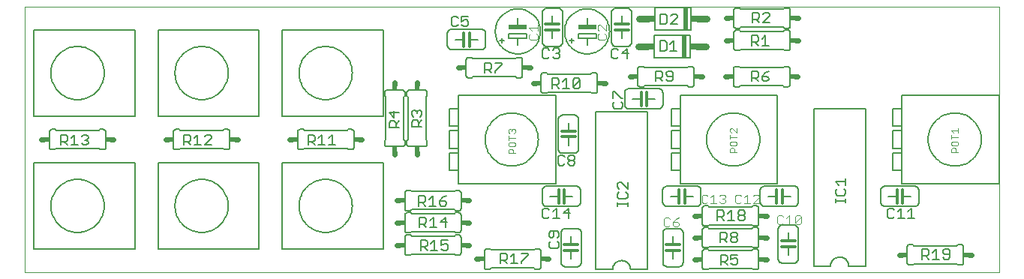
<source format=gto>
G75*
G70*
%OFA0B0*%
%FSLAX24Y24*%
%IPPOS*%
%LPD*%
%AMOC8*
5,1,8,0,0,1.08239X$1,22.5*
%
%ADD10C,0.0000*%
%ADD11C,0.0060*%
%ADD12R,0.0800X0.0200*%
%ADD13C,0.0040*%
%ADD14C,0.0120*%
%ADD15C,0.0050*%
%ADD16C,0.0300*%
%ADD17R,0.0200X0.1000*%
%ADD18R,0.0250X0.0300*%
%ADD19C,0.0240*%
%ADD20R,0.0340X0.0240*%
%ADD21R,0.0240X0.0340*%
%ADD22C,0.0030*%
D10*
X000190Y000492D02*
X000190Y012303D01*
X043497Y012303D01*
X043497Y000492D01*
X000190Y000492D01*
D11*
X001402Y005947D02*
X001552Y005947D01*
X001602Y005997D01*
X003502Y005997D01*
X003552Y005947D01*
X003702Y005947D01*
X003719Y005949D01*
X003736Y005953D01*
X003752Y005960D01*
X003766Y005970D01*
X003779Y005983D01*
X003789Y005997D01*
X003796Y006013D01*
X003800Y006030D01*
X003802Y006047D01*
X003802Y006747D01*
X003800Y006764D01*
X003796Y006781D01*
X003789Y006797D01*
X003779Y006811D01*
X003766Y006824D01*
X003752Y006834D01*
X003736Y006841D01*
X003719Y006845D01*
X003702Y006847D01*
X003552Y006847D01*
X003502Y006797D01*
X001602Y006797D01*
X001552Y006847D01*
X001402Y006847D01*
X001385Y006845D01*
X001368Y006841D01*
X001352Y006834D01*
X001338Y006824D01*
X001325Y006811D01*
X001315Y006797D01*
X001308Y006781D01*
X001304Y006764D01*
X001302Y006747D01*
X001302Y006047D01*
X001304Y006030D01*
X001308Y006013D01*
X001315Y005997D01*
X001325Y005983D01*
X001338Y005970D01*
X001352Y005960D01*
X001368Y005953D01*
X001385Y005949D01*
X001402Y005947D01*
X006814Y006047D02*
X006814Y006747D01*
X006816Y006764D01*
X006820Y006781D01*
X006827Y006797D01*
X006837Y006811D01*
X006850Y006824D01*
X006864Y006834D01*
X006880Y006841D01*
X006897Y006845D01*
X006914Y006847D01*
X007064Y006847D01*
X007114Y006797D01*
X009014Y006797D01*
X009064Y006847D01*
X009214Y006847D01*
X009231Y006845D01*
X009248Y006841D01*
X009264Y006834D01*
X009278Y006824D01*
X009291Y006811D01*
X009301Y006797D01*
X009308Y006781D01*
X009312Y006764D01*
X009314Y006747D01*
X009314Y006047D01*
X009312Y006030D01*
X009308Y006013D01*
X009301Y005997D01*
X009291Y005983D01*
X009278Y005970D01*
X009264Y005960D01*
X009248Y005953D01*
X009231Y005949D01*
X009214Y005947D01*
X009064Y005947D01*
X009014Y005997D01*
X007114Y005997D01*
X007064Y005947D01*
X006914Y005947D01*
X006897Y005949D01*
X006880Y005953D01*
X006864Y005960D01*
X006850Y005970D01*
X006837Y005983D01*
X006827Y005997D01*
X006820Y006013D01*
X006816Y006030D01*
X006814Y006047D01*
X012326Y006047D02*
X012326Y006747D01*
X012328Y006764D01*
X012332Y006781D01*
X012339Y006797D01*
X012349Y006811D01*
X012362Y006824D01*
X012376Y006834D01*
X012392Y006841D01*
X012409Y006845D01*
X012426Y006847D01*
X012576Y006847D01*
X012626Y006797D01*
X014526Y006797D01*
X014576Y006847D01*
X014726Y006847D01*
X014743Y006845D01*
X014760Y006841D01*
X014776Y006834D01*
X014790Y006824D01*
X014803Y006811D01*
X014813Y006797D01*
X014820Y006781D01*
X014824Y006764D01*
X014826Y006747D01*
X014826Y006047D01*
X014824Y006030D01*
X014820Y006013D01*
X014813Y005997D01*
X014803Y005983D01*
X014790Y005970D01*
X014776Y005960D01*
X014760Y005953D01*
X014743Y005949D01*
X014726Y005947D01*
X014576Y005947D01*
X014526Y005997D01*
X012626Y005997D01*
X012576Y005947D01*
X012426Y005947D01*
X012409Y005949D01*
X012392Y005953D01*
X012376Y005960D01*
X012362Y005970D01*
X012349Y005983D01*
X012339Y005997D01*
X012332Y006013D01*
X012328Y006030D01*
X012326Y006047D01*
X016197Y006192D02*
X016197Y006342D01*
X016247Y006392D01*
X016247Y008292D01*
X016197Y008342D01*
X016197Y008492D01*
X016199Y008509D01*
X016203Y008526D01*
X016210Y008542D01*
X016220Y008556D01*
X016233Y008569D01*
X016247Y008579D01*
X016263Y008586D01*
X016280Y008590D01*
X016297Y008592D01*
X016997Y008592D01*
X017014Y008590D01*
X017031Y008586D01*
X017047Y008579D01*
X017061Y008569D01*
X017074Y008556D01*
X017084Y008542D01*
X017091Y008526D01*
X017095Y008509D01*
X017097Y008492D01*
X017097Y008342D01*
X017047Y008292D01*
X017047Y006392D01*
X017097Y006342D01*
X017097Y006192D01*
X017181Y006192D02*
X017181Y006342D01*
X017231Y006392D01*
X017231Y008292D01*
X017181Y008342D01*
X017181Y008492D01*
X017183Y008509D01*
X017187Y008526D01*
X017194Y008542D01*
X017204Y008556D01*
X017217Y008569D01*
X017231Y008579D01*
X017247Y008586D01*
X017264Y008590D01*
X017281Y008592D01*
X017981Y008592D01*
X017998Y008590D01*
X018015Y008586D01*
X018031Y008579D01*
X018045Y008569D01*
X018058Y008556D01*
X018068Y008542D01*
X018075Y008526D01*
X018079Y008509D01*
X018081Y008492D01*
X018081Y008342D01*
X018031Y008292D01*
X018031Y006392D01*
X018081Y006342D01*
X018081Y006192D01*
X018079Y006175D01*
X018075Y006158D01*
X018068Y006142D01*
X018058Y006128D01*
X018045Y006115D01*
X018031Y006105D01*
X018015Y006098D01*
X017998Y006094D01*
X017981Y006092D01*
X017281Y006092D01*
X017264Y006094D01*
X017247Y006098D01*
X017231Y006105D01*
X017217Y006115D01*
X017204Y006128D01*
X017194Y006142D01*
X017187Y006158D01*
X017183Y006175D01*
X017181Y006192D01*
X017097Y006192D02*
X017095Y006175D01*
X017091Y006158D01*
X017084Y006142D01*
X017074Y006128D01*
X017061Y006115D01*
X017047Y006105D01*
X017031Y006098D01*
X017014Y006094D01*
X016997Y006092D01*
X016297Y006092D01*
X016280Y006094D01*
X016263Y006098D01*
X016247Y006105D01*
X016233Y006115D01*
X016220Y006128D01*
X016210Y006142D01*
X016203Y006158D01*
X016199Y006175D01*
X016197Y006192D01*
X017190Y004131D02*
X017340Y004131D01*
X017390Y004081D01*
X019290Y004081D01*
X019340Y004131D01*
X019490Y004131D01*
X019507Y004129D01*
X019524Y004125D01*
X019540Y004118D01*
X019554Y004108D01*
X019567Y004095D01*
X019577Y004081D01*
X019584Y004065D01*
X019588Y004048D01*
X019590Y004031D01*
X019590Y003331D01*
X019588Y003314D01*
X019584Y003297D01*
X019577Y003281D01*
X019567Y003267D01*
X019554Y003254D01*
X019540Y003244D01*
X019524Y003237D01*
X019507Y003233D01*
X019490Y003231D01*
X019340Y003231D01*
X019290Y003281D01*
X017390Y003281D01*
X017340Y003231D01*
X017190Y003231D01*
X017190Y003147D02*
X017340Y003147D01*
X017390Y003097D01*
X019290Y003097D01*
X019340Y003147D01*
X019490Y003147D01*
X019507Y003145D01*
X019524Y003141D01*
X019540Y003134D01*
X019554Y003124D01*
X019567Y003111D01*
X019577Y003097D01*
X019584Y003081D01*
X019588Y003064D01*
X019590Y003047D01*
X019590Y002347D01*
X019588Y002330D01*
X019584Y002313D01*
X019577Y002297D01*
X019567Y002283D01*
X019554Y002270D01*
X019540Y002260D01*
X019524Y002253D01*
X019507Y002249D01*
X019490Y002247D01*
X019340Y002247D01*
X019290Y002297D01*
X017390Y002297D01*
X017340Y002247D01*
X017190Y002247D01*
X017190Y002162D02*
X017340Y002162D01*
X017390Y002112D01*
X019290Y002112D01*
X019340Y002162D01*
X019490Y002162D01*
X019507Y002160D01*
X019524Y002156D01*
X019540Y002149D01*
X019554Y002139D01*
X019567Y002126D01*
X019577Y002112D01*
X019584Y002096D01*
X019588Y002079D01*
X019590Y002062D01*
X019590Y001362D01*
X019588Y001345D01*
X019584Y001328D01*
X019577Y001312D01*
X019567Y001298D01*
X019554Y001285D01*
X019540Y001275D01*
X019524Y001268D01*
X019507Y001264D01*
X019490Y001262D01*
X019340Y001262D01*
X019290Y001312D01*
X017390Y001312D01*
X017340Y001262D01*
X017190Y001262D01*
X017173Y001264D01*
X017156Y001268D01*
X017140Y001275D01*
X017126Y001285D01*
X017113Y001298D01*
X017103Y001312D01*
X017096Y001328D01*
X017092Y001345D01*
X017090Y001362D01*
X017090Y002062D01*
X017092Y002079D01*
X017096Y002096D01*
X017103Y002112D01*
X017113Y002126D01*
X017126Y002139D01*
X017140Y002149D01*
X017156Y002156D01*
X017173Y002160D01*
X017190Y002162D01*
X017190Y002247D02*
X017173Y002249D01*
X017156Y002253D01*
X017140Y002260D01*
X017126Y002270D01*
X017113Y002283D01*
X017103Y002297D01*
X017096Y002313D01*
X017092Y002330D01*
X017090Y002347D01*
X017090Y003047D01*
X017092Y003064D01*
X017096Y003081D01*
X017103Y003097D01*
X017113Y003111D01*
X017126Y003124D01*
X017140Y003134D01*
X017156Y003141D01*
X017173Y003145D01*
X017190Y003147D01*
X017190Y003231D02*
X017173Y003233D01*
X017156Y003237D01*
X017140Y003244D01*
X017126Y003254D01*
X017113Y003267D01*
X017103Y003281D01*
X017096Y003297D01*
X017092Y003314D01*
X017090Y003331D01*
X017090Y004031D01*
X017092Y004048D01*
X017096Y004065D01*
X017103Y004081D01*
X017113Y004095D01*
X017126Y004108D01*
X017140Y004118D01*
X017156Y004125D01*
X017173Y004129D01*
X017190Y004131D01*
X023198Y004128D02*
X023198Y003628D01*
X023200Y003602D01*
X023205Y003576D01*
X023213Y003551D01*
X023225Y003528D01*
X023239Y003506D01*
X023257Y003487D01*
X023276Y003469D01*
X023298Y003455D01*
X023321Y003443D01*
X023346Y003435D01*
X023372Y003430D01*
X023398Y003428D01*
X024698Y003428D01*
X024724Y003430D01*
X024750Y003435D01*
X024775Y003443D01*
X024798Y003455D01*
X024820Y003469D01*
X024839Y003487D01*
X024857Y003506D01*
X024871Y003528D01*
X024883Y003551D01*
X024891Y003576D01*
X024896Y003602D01*
X024898Y003628D01*
X024898Y004128D01*
X024896Y004154D01*
X024891Y004180D01*
X024883Y004205D01*
X024871Y004228D01*
X024857Y004250D01*
X024839Y004269D01*
X024820Y004287D01*
X024798Y004301D01*
X024775Y004313D01*
X024750Y004321D01*
X024724Y004326D01*
X024698Y004328D01*
X023398Y004328D01*
X023372Y004326D01*
X023346Y004321D01*
X023321Y004313D01*
X023298Y004301D01*
X023276Y004287D01*
X023257Y004269D01*
X023239Y004250D01*
X023225Y004228D01*
X023213Y004205D01*
X023205Y004180D01*
X023200Y004154D01*
X023198Y004128D01*
X023548Y003878D02*
X023928Y003878D01*
X024178Y003878D02*
X024548Y003878D01*
X028553Y003628D02*
X028553Y004128D01*
X028555Y004154D01*
X028560Y004180D01*
X028568Y004205D01*
X028580Y004228D01*
X028594Y004250D01*
X028612Y004269D01*
X028631Y004287D01*
X028653Y004301D01*
X028676Y004313D01*
X028701Y004321D01*
X028727Y004326D01*
X028753Y004328D01*
X030053Y004328D01*
X030079Y004326D01*
X030105Y004321D01*
X030130Y004313D01*
X030153Y004301D01*
X030175Y004287D01*
X030194Y004269D01*
X030212Y004250D01*
X030226Y004228D01*
X030238Y004205D01*
X030246Y004180D01*
X030251Y004154D01*
X030253Y004128D01*
X030253Y003628D01*
X030251Y003602D01*
X030246Y003576D01*
X030238Y003551D01*
X030226Y003528D01*
X030212Y003506D01*
X030194Y003487D01*
X030175Y003469D01*
X030153Y003455D01*
X030130Y003443D01*
X030105Y003435D01*
X030079Y003430D01*
X030053Y003428D01*
X028753Y003428D01*
X028727Y003430D01*
X028701Y003435D01*
X028676Y003443D01*
X028653Y003455D01*
X028631Y003469D01*
X028612Y003487D01*
X028594Y003506D01*
X028580Y003528D01*
X028568Y003551D01*
X028560Y003576D01*
X028555Y003602D01*
X028553Y003628D01*
X028903Y003878D02*
X029283Y003878D01*
X029533Y003878D02*
X029903Y003878D01*
X030418Y003452D02*
X030568Y003452D01*
X030618Y003402D01*
X032518Y003402D01*
X032568Y003452D01*
X032718Y003452D01*
X032735Y003450D01*
X032752Y003446D01*
X032768Y003439D01*
X032782Y003429D01*
X032795Y003416D01*
X032805Y003402D01*
X032812Y003386D01*
X032816Y003369D01*
X032818Y003352D01*
X032818Y002652D01*
X032816Y002635D01*
X032812Y002618D01*
X032805Y002602D01*
X032795Y002588D01*
X032782Y002575D01*
X032768Y002565D01*
X032752Y002558D01*
X032735Y002554D01*
X032718Y002552D01*
X032568Y002552D01*
X032518Y002602D01*
X030618Y002602D01*
X030568Y002552D01*
X030418Y002552D01*
X030418Y002487D02*
X030568Y002487D01*
X030618Y002437D01*
X032518Y002437D01*
X032568Y002487D01*
X032718Y002487D01*
X032735Y002485D01*
X032752Y002481D01*
X032768Y002474D01*
X032782Y002464D01*
X032795Y002451D01*
X032805Y002437D01*
X032812Y002421D01*
X032816Y002404D01*
X032818Y002387D01*
X032818Y001687D01*
X032816Y001670D01*
X032812Y001653D01*
X032805Y001637D01*
X032795Y001623D01*
X032782Y001610D01*
X032768Y001600D01*
X032752Y001593D01*
X032735Y001589D01*
X032718Y001587D01*
X032568Y001587D01*
X032518Y001637D01*
X030618Y001637D01*
X030568Y001587D01*
X030418Y001587D01*
X030418Y001523D02*
X030568Y001523D01*
X030618Y001473D01*
X032518Y001473D01*
X032568Y001523D01*
X032718Y001523D01*
X032735Y001521D01*
X032752Y001517D01*
X032768Y001510D01*
X032782Y001500D01*
X032795Y001487D01*
X032805Y001473D01*
X032812Y001457D01*
X032816Y001440D01*
X032818Y001423D01*
X032818Y000723D01*
X032816Y000706D01*
X032812Y000689D01*
X032805Y000673D01*
X032795Y000659D01*
X032782Y000646D01*
X032768Y000636D01*
X032752Y000629D01*
X032735Y000625D01*
X032718Y000623D01*
X032568Y000623D01*
X032518Y000673D01*
X030618Y000673D01*
X030568Y000623D01*
X030418Y000623D01*
X030401Y000625D01*
X030384Y000629D01*
X030368Y000636D01*
X030354Y000646D01*
X030341Y000659D01*
X030331Y000673D01*
X030324Y000689D01*
X030320Y000706D01*
X030318Y000723D01*
X030318Y001423D01*
X030320Y001440D01*
X030324Y001457D01*
X030331Y001473D01*
X030341Y001487D01*
X030354Y001500D01*
X030368Y001510D01*
X030384Y001517D01*
X030401Y001521D01*
X030418Y001523D01*
X030418Y001587D02*
X030401Y001589D01*
X030384Y001593D01*
X030368Y001600D01*
X030354Y001610D01*
X030341Y001623D01*
X030331Y001637D01*
X030324Y001653D01*
X030320Y001670D01*
X030318Y001687D01*
X030318Y002387D01*
X030320Y002404D01*
X030324Y002421D01*
X030331Y002437D01*
X030341Y002451D01*
X030354Y002464D01*
X030368Y002474D01*
X030384Y002481D01*
X030401Y002485D01*
X030418Y002487D01*
X030418Y002552D02*
X030401Y002554D01*
X030384Y002558D01*
X030368Y002565D01*
X030354Y002575D01*
X030341Y002588D01*
X030331Y002602D01*
X030324Y002618D01*
X030320Y002635D01*
X030318Y002652D01*
X030318Y003352D01*
X030320Y003369D01*
X030324Y003386D01*
X030331Y003402D01*
X030341Y003416D01*
X030354Y003429D01*
X030368Y003439D01*
X030384Y003446D01*
X030401Y003450D01*
X030418Y003452D01*
X032883Y003628D02*
X032883Y004128D01*
X032885Y004154D01*
X032890Y004180D01*
X032898Y004205D01*
X032910Y004228D01*
X032924Y004250D01*
X032942Y004269D01*
X032961Y004287D01*
X032983Y004301D01*
X033006Y004313D01*
X033031Y004321D01*
X033057Y004326D01*
X033083Y004328D01*
X034383Y004328D01*
X034409Y004326D01*
X034435Y004321D01*
X034460Y004313D01*
X034483Y004301D01*
X034505Y004287D01*
X034524Y004269D01*
X034542Y004250D01*
X034556Y004228D01*
X034568Y004205D01*
X034576Y004180D01*
X034581Y004154D01*
X034583Y004128D01*
X034583Y003628D01*
X034581Y003602D01*
X034576Y003576D01*
X034568Y003551D01*
X034556Y003528D01*
X034542Y003506D01*
X034524Y003487D01*
X034505Y003469D01*
X034483Y003455D01*
X034460Y003443D01*
X034435Y003435D01*
X034409Y003430D01*
X034383Y003428D01*
X033083Y003428D01*
X033057Y003430D01*
X033031Y003435D01*
X033006Y003443D01*
X032983Y003455D01*
X032961Y003469D01*
X032942Y003487D01*
X032924Y003506D01*
X032910Y003528D01*
X032898Y003551D01*
X032890Y003576D01*
X032885Y003602D01*
X032883Y003628D01*
X033233Y003878D02*
X033613Y003878D01*
X033863Y003878D02*
X034233Y003878D01*
X034377Y002602D02*
X033877Y002602D01*
X033851Y002600D01*
X033825Y002595D01*
X033800Y002587D01*
X033777Y002575D01*
X033755Y002561D01*
X033736Y002543D01*
X033718Y002524D01*
X033704Y002502D01*
X033692Y002479D01*
X033684Y002454D01*
X033679Y002428D01*
X033677Y002402D01*
X033677Y001102D01*
X033679Y001076D01*
X033684Y001050D01*
X033692Y001025D01*
X033704Y001002D01*
X033718Y000980D01*
X033736Y000961D01*
X033755Y000943D01*
X033777Y000929D01*
X033800Y000917D01*
X033825Y000909D01*
X033851Y000904D01*
X033877Y000902D01*
X034377Y000902D01*
X034403Y000904D01*
X034429Y000909D01*
X034454Y000917D01*
X034477Y000929D01*
X034499Y000943D01*
X034518Y000961D01*
X034536Y000980D01*
X034550Y001002D01*
X034562Y001025D01*
X034570Y001050D01*
X034575Y001076D01*
X034577Y001102D01*
X034577Y002402D01*
X034575Y002428D01*
X034570Y002454D01*
X034562Y002479D01*
X034550Y002502D01*
X034536Y002524D01*
X034518Y002543D01*
X034499Y002561D01*
X034477Y002575D01*
X034454Y002587D01*
X034429Y002595D01*
X034403Y002600D01*
X034377Y002602D01*
X034127Y002252D02*
X034127Y001882D01*
X034127Y001632D02*
X034127Y001252D01*
X035260Y000771D02*
X036010Y000771D01*
X036012Y000810D01*
X036018Y000849D01*
X036027Y000887D01*
X036040Y000924D01*
X036057Y000960D01*
X036077Y000993D01*
X036101Y001025D01*
X036127Y001054D01*
X036156Y001080D01*
X036188Y001104D01*
X036221Y001124D01*
X036257Y001141D01*
X036294Y001154D01*
X036332Y001163D01*
X036371Y001169D01*
X036410Y001171D01*
X036449Y001169D01*
X036488Y001163D01*
X036526Y001154D01*
X036563Y001141D01*
X036599Y001124D01*
X036632Y001104D01*
X036664Y001080D01*
X036693Y001054D01*
X036719Y001025D01*
X036743Y000993D01*
X036763Y000960D01*
X036780Y000924D01*
X036793Y000887D01*
X036802Y000849D01*
X036808Y000810D01*
X036810Y000771D01*
X037560Y000771D01*
X037560Y007771D01*
X035260Y007771D01*
X035260Y000771D01*
X039417Y000929D02*
X039417Y001629D01*
X039419Y001646D01*
X039423Y001663D01*
X039430Y001679D01*
X039440Y001693D01*
X039453Y001706D01*
X039467Y001716D01*
X039483Y001723D01*
X039500Y001727D01*
X039517Y001729D01*
X039667Y001729D01*
X039717Y001679D01*
X041617Y001679D01*
X041667Y001729D01*
X041817Y001729D01*
X041834Y001727D01*
X041851Y001723D01*
X041867Y001716D01*
X041881Y001706D01*
X041894Y001693D01*
X041904Y001679D01*
X041911Y001663D01*
X041915Y001646D01*
X041917Y001629D01*
X041917Y000929D01*
X041915Y000912D01*
X041911Y000895D01*
X041904Y000879D01*
X041894Y000865D01*
X041881Y000852D01*
X041867Y000842D01*
X041851Y000835D01*
X041834Y000831D01*
X041817Y000829D01*
X041667Y000829D01*
X041617Y000879D01*
X039717Y000879D01*
X039667Y000829D01*
X039517Y000829D01*
X039500Y000831D01*
X039483Y000835D01*
X039467Y000842D01*
X039453Y000852D01*
X039440Y000865D01*
X039430Y000879D01*
X039423Y000895D01*
X039419Y000912D01*
X039417Y000929D01*
X039738Y003428D02*
X038438Y003428D01*
X038412Y003430D01*
X038386Y003435D01*
X038361Y003443D01*
X038338Y003455D01*
X038316Y003469D01*
X038297Y003487D01*
X038279Y003506D01*
X038265Y003528D01*
X038253Y003551D01*
X038245Y003576D01*
X038240Y003602D01*
X038238Y003628D01*
X038238Y004128D01*
X038240Y004154D01*
X038245Y004180D01*
X038253Y004205D01*
X038265Y004228D01*
X038279Y004250D01*
X038297Y004269D01*
X038316Y004287D01*
X038338Y004301D01*
X038361Y004313D01*
X038386Y004321D01*
X038412Y004326D01*
X038438Y004328D01*
X039738Y004328D01*
X039764Y004326D01*
X039790Y004321D01*
X039815Y004313D01*
X039838Y004301D01*
X039860Y004287D01*
X039879Y004269D01*
X039897Y004250D01*
X039911Y004228D01*
X039923Y004205D01*
X039931Y004180D01*
X039936Y004154D01*
X039938Y004128D01*
X039938Y003628D01*
X039936Y003602D01*
X039931Y003576D01*
X039923Y003551D01*
X039911Y003528D01*
X039897Y003506D01*
X039879Y003487D01*
X039860Y003469D01*
X039838Y003455D01*
X039815Y003443D01*
X039790Y003435D01*
X039764Y003430D01*
X039738Y003428D01*
X039588Y003878D02*
X039218Y003878D01*
X038968Y003878D02*
X038588Y003878D01*
X029459Y002244D02*
X029459Y000944D01*
X029457Y000918D01*
X029452Y000892D01*
X029444Y000867D01*
X029432Y000844D01*
X029418Y000822D01*
X029400Y000803D01*
X029381Y000785D01*
X029359Y000771D01*
X029336Y000759D01*
X029311Y000751D01*
X029285Y000746D01*
X029259Y000744D01*
X028759Y000744D01*
X028733Y000746D01*
X028707Y000751D01*
X028682Y000759D01*
X028659Y000771D01*
X028637Y000785D01*
X028618Y000803D01*
X028600Y000822D01*
X028586Y000844D01*
X028574Y000867D01*
X028566Y000892D01*
X028561Y000918D01*
X028559Y000944D01*
X028559Y002244D01*
X028561Y002270D01*
X028566Y002296D01*
X028574Y002321D01*
X028586Y002344D01*
X028600Y002366D01*
X028618Y002385D01*
X028637Y002403D01*
X028659Y002417D01*
X028682Y002429D01*
X028707Y002437D01*
X028733Y002442D01*
X028759Y002444D01*
X029259Y002444D01*
X029285Y002442D01*
X029311Y002437D01*
X029336Y002429D01*
X029359Y002417D01*
X029381Y002403D01*
X029400Y002385D01*
X029418Y002366D01*
X029432Y002344D01*
X029444Y002321D01*
X029452Y002296D01*
X029457Y002270D01*
X029459Y002244D01*
X029009Y002094D02*
X029009Y001714D01*
X029009Y001464D02*
X029009Y001094D01*
X027875Y000614D02*
X027125Y000614D01*
X027123Y000653D01*
X027117Y000692D01*
X027108Y000730D01*
X027095Y000767D01*
X027078Y000803D01*
X027058Y000836D01*
X027034Y000868D01*
X027008Y000897D01*
X026979Y000923D01*
X026947Y000947D01*
X026914Y000967D01*
X026878Y000984D01*
X026841Y000997D01*
X026803Y001006D01*
X026764Y001012D01*
X026725Y001014D01*
X026686Y001012D01*
X026647Y001006D01*
X026609Y000997D01*
X026572Y000984D01*
X026536Y000967D01*
X026503Y000947D01*
X026471Y000923D01*
X026442Y000897D01*
X026416Y000868D01*
X026392Y000836D01*
X026372Y000803D01*
X026355Y000767D01*
X026342Y000730D01*
X026333Y000692D01*
X026327Y000653D01*
X026325Y000614D01*
X025575Y000614D01*
X025575Y007614D01*
X027875Y007614D01*
X027875Y000614D01*
X024931Y000944D02*
X024931Y002244D01*
X024929Y002270D01*
X024924Y002296D01*
X024916Y002321D01*
X024904Y002344D01*
X024890Y002366D01*
X024872Y002385D01*
X024853Y002403D01*
X024831Y002417D01*
X024808Y002429D01*
X024783Y002437D01*
X024757Y002442D01*
X024731Y002444D01*
X024231Y002444D01*
X024205Y002442D01*
X024179Y002437D01*
X024154Y002429D01*
X024131Y002417D01*
X024109Y002403D01*
X024090Y002385D01*
X024072Y002366D01*
X024058Y002344D01*
X024046Y002321D01*
X024038Y002296D01*
X024033Y002270D01*
X024031Y002244D01*
X024031Y000944D01*
X024033Y000918D01*
X024038Y000892D01*
X024046Y000867D01*
X024058Y000844D01*
X024072Y000822D01*
X024090Y000803D01*
X024109Y000785D01*
X024131Y000771D01*
X024154Y000759D01*
X024179Y000751D01*
X024205Y000746D01*
X024231Y000744D01*
X024731Y000744D01*
X024757Y000746D01*
X024783Y000751D01*
X024808Y000759D01*
X024831Y000771D01*
X024853Y000785D01*
X024872Y000803D01*
X024890Y000822D01*
X024904Y000844D01*
X024916Y000867D01*
X024924Y000892D01*
X024929Y000918D01*
X024931Y000944D01*
X024481Y001094D02*
X024481Y001474D01*
X024481Y001724D02*
X024481Y002094D01*
X023133Y001433D02*
X023133Y000733D01*
X023131Y000716D01*
X023127Y000699D01*
X023120Y000683D01*
X023110Y000669D01*
X023097Y000656D01*
X023083Y000646D01*
X023067Y000639D01*
X023050Y000635D01*
X023033Y000633D01*
X022883Y000633D01*
X022833Y000683D01*
X020933Y000683D01*
X020883Y000633D01*
X020733Y000633D01*
X020716Y000635D01*
X020699Y000639D01*
X020683Y000646D01*
X020669Y000656D01*
X020656Y000669D01*
X020646Y000683D01*
X020639Y000699D01*
X020635Y000716D01*
X020633Y000733D01*
X020633Y001433D01*
X020635Y001450D01*
X020639Y001467D01*
X020646Y001483D01*
X020656Y001497D01*
X020669Y001510D01*
X020683Y001520D01*
X020699Y001527D01*
X020716Y001531D01*
X020733Y001533D01*
X020883Y001533D01*
X020933Y001483D01*
X022833Y001483D01*
X022883Y001533D01*
X023033Y001533D01*
X023050Y001531D01*
X023067Y001527D01*
X023083Y001520D01*
X023097Y001510D01*
X023110Y001497D01*
X023120Y001483D01*
X023127Y001467D01*
X023131Y001450D01*
X023133Y001433D01*
X024112Y005784D02*
X024612Y005784D01*
X024638Y005786D01*
X024664Y005791D01*
X024689Y005799D01*
X024712Y005811D01*
X024734Y005825D01*
X024753Y005843D01*
X024771Y005862D01*
X024785Y005884D01*
X024797Y005907D01*
X024805Y005932D01*
X024810Y005958D01*
X024812Y005984D01*
X024812Y007284D01*
X024810Y007310D01*
X024805Y007336D01*
X024797Y007361D01*
X024785Y007384D01*
X024771Y007406D01*
X024753Y007425D01*
X024734Y007443D01*
X024712Y007457D01*
X024689Y007469D01*
X024664Y007477D01*
X024638Y007482D01*
X024612Y007484D01*
X024112Y007484D01*
X024086Y007482D01*
X024060Y007477D01*
X024035Y007469D01*
X024012Y007457D01*
X023990Y007443D01*
X023971Y007425D01*
X023953Y007406D01*
X023939Y007384D01*
X023927Y007361D01*
X023919Y007336D01*
X023914Y007310D01*
X023912Y007284D01*
X023912Y005984D01*
X023914Y005958D01*
X023919Y005932D01*
X023927Y005907D01*
X023939Y005884D01*
X023953Y005862D01*
X023971Y005843D01*
X023990Y005825D01*
X024012Y005811D01*
X024035Y005799D01*
X024060Y005791D01*
X024086Y005786D01*
X024112Y005784D01*
X024362Y006134D02*
X024362Y006514D01*
X024362Y006764D02*
X024362Y007134D01*
X026860Y007958D02*
X026860Y008458D01*
X026862Y008484D01*
X026867Y008510D01*
X026875Y008535D01*
X026887Y008558D01*
X026901Y008580D01*
X026919Y008599D01*
X026938Y008617D01*
X026960Y008631D01*
X026983Y008643D01*
X027008Y008651D01*
X027034Y008656D01*
X027060Y008658D01*
X028360Y008658D01*
X027744Y008793D02*
X029644Y008793D01*
X029694Y008743D01*
X029844Y008743D01*
X029861Y008745D01*
X029878Y008749D01*
X029894Y008756D01*
X029908Y008766D01*
X029921Y008779D01*
X029931Y008793D01*
X029938Y008809D01*
X029942Y008826D01*
X029944Y008843D01*
X029944Y009543D01*
X029942Y009560D01*
X029938Y009577D01*
X029931Y009593D01*
X029921Y009607D01*
X029908Y009620D01*
X029894Y009630D01*
X029878Y009637D01*
X029861Y009641D01*
X029844Y009643D01*
X029694Y009643D01*
X029644Y009593D01*
X027744Y009593D01*
X027694Y009643D01*
X027544Y009643D01*
X027527Y009641D01*
X027510Y009637D01*
X027494Y009630D01*
X027480Y009620D01*
X027467Y009607D01*
X027457Y009593D01*
X027450Y009577D01*
X027446Y009560D01*
X027444Y009543D01*
X027444Y008843D01*
X027446Y008826D01*
X027450Y008809D01*
X027457Y008793D01*
X027467Y008779D01*
X027480Y008766D01*
X027494Y008756D01*
X027510Y008749D01*
X027527Y008745D01*
X027544Y008743D01*
X027694Y008743D01*
X027744Y008793D01*
X028360Y008658D02*
X028386Y008656D01*
X028412Y008651D01*
X028437Y008643D01*
X028460Y008631D01*
X028482Y008617D01*
X028501Y008599D01*
X028519Y008580D01*
X028533Y008558D01*
X028545Y008535D01*
X028553Y008510D01*
X028558Y008484D01*
X028560Y008458D01*
X028560Y007958D01*
X028558Y007932D01*
X028553Y007906D01*
X028545Y007881D01*
X028533Y007858D01*
X028519Y007836D01*
X028501Y007817D01*
X028482Y007799D01*
X028460Y007785D01*
X028437Y007773D01*
X028412Y007765D01*
X028386Y007760D01*
X028360Y007758D01*
X027060Y007758D01*
X027034Y007760D01*
X027008Y007765D01*
X026983Y007773D01*
X026960Y007785D01*
X026938Y007799D01*
X026919Y007817D01*
X026901Y007836D01*
X026887Y007858D01*
X026875Y007881D01*
X026867Y007906D01*
X026862Y007932D01*
X026860Y007958D01*
X027210Y008208D02*
X027590Y008208D01*
X027840Y008208D02*
X028210Y008208D01*
X025652Y008563D02*
X025652Y009263D01*
X025650Y009280D01*
X025646Y009297D01*
X025639Y009313D01*
X025629Y009327D01*
X025616Y009340D01*
X025602Y009350D01*
X025586Y009357D01*
X025569Y009361D01*
X025552Y009363D01*
X025402Y009363D01*
X025352Y009313D01*
X023452Y009313D01*
X023402Y009363D01*
X023252Y009363D01*
X023235Y009361D01*
X023218Y009357D01*
X023202Y009350D01*
X023188Y009340D01*
X023175Y009327D01*
X023165Y009313D01*
X023158Y009297D01*
X023154Y009280D01*
X023152Y009263D01*
X023152Y008563D01*
X023154Y008546D01*
X023158Y008529D01*
X023165Y008513D01*
X023175Y008499D01*
X023188Y008486D01*
X023202Y008476D01*
X023218Y008469D01*
X023235Y008465D01*
X023252Y008463D01*
X023402Y008463D01*
X023452Y008513D01*
X025352Y008513D01*
X025402Y008463D01*
X025552Y008463D01*
X025569Y008465D01*
X025586Y008469D01*
X025602Y008476D01*
X025616Y008486D01*
X025629Y008499D01*
X025639Y008513D01*
X025646Y008529D01*
X025650Y008546D01*
X025652Y008563D01*
X022320Y009243D02*
X022320Y009943D01*
X022318Y009960D01*
X022314Y009977D01*
X022307Y009993D01*
X022297Y010007D01*
X022284Y010020D01*
X022270Y010030D01*
X022254Y010037D01*
X022237Y010041D01*
X022220Y010043D01*
X022070Y010043D01*
X022020Y009993D01*
X020120Y009993D01*
X020070Y010043D01*
X019920Y010043D01*
X019903Y010041D01*
X019886Y010037D01*
X019870Y010030D01*
X019856Y010020D01*
X019843Y010007D01*
X019833Y009993D01*
X019826Y009977D01*
X019822Y009960D01*
X019820Y009943D01*
X019820Y009243D01*
X019822Y009226D01*
X019826Y009209D01*
X019833Y009193D01*
X019843Y009179D01*
X019856Y009166D01*
X019870Y009156D01*
X019886Y009149D01*
X019903Y009145D01*
X019920Y009143D01*
X020070Y009143D01*
X020120Y009193D01*
X022020Y009193D01*
X022070Y009143D01*
X022220Y009143D01*
X022237Y009145D01*
X022254Y009149D01*
X022270Y009156D01*
X022284Y009166D01*
X022297Y009179D01*
X022307Y009193D01*
X022314Y009209D01*
X022318Y009226D01*
X022320Y009243D01*
X020486Y010396D02*
X019186Y010396D01*
X019160Y010398D01*
X019134Y010403D01*
X019109Y010411D01*
X019086Y010423D01*
X019064Y010437D01*
X019045Y010455D01*
X019027Y010474D01*
X019013Y010496D01*
X019001Y010519D01*
X018993Y010544D01*
X018988Y010570D01*
X018986Y010596D01*
X018986Y011096D01*
X018988Y011122D01*
X018993Y011148D01*
X019001Y011173D01*
X019013Y011196D01*
X019027Y011218D01*
X019045Y011237D01*
X019064Y011255D01*
X019086Y011269D01*
X019109Y011281D01*
X019134Y011289D01*
X019160Y011294D01*
X019186Y011296D01*
X020486Y011296D01*
X020512Y011294D01*
X020538Y011289D01*
X020563Y011281D01*
X020586Y011269D01*
X020608Y011255D01*
X020627Y011237D01*
X020645Y011218D01*
X020659Y011196D01*
X020671Y011173D01*
X020679Y011148D01*
X020684Y011122D01*
X020686Y011096D01*
X020686Y010596D01*
X020684Y010570D01*
X020679Y010544D01*
X020671Y010519D01*
X020659Y010496D01*
X020645Y010474D01*
X020627Y010455D01*
X020608Y010437D01*
X020586Y010423D01*
X020563Y010411D01*
X020538Y010403D01*
X020512Y010398D01*
X020486Y010396D01*
X020336Y010846D02*
X019966Y010846D01*
X019716Y010846D02*
X019336Y010846D01*
X021319Y010801D02*
X021519Y010801D01*
X021419Y010701D02*
X021419Y010901D01*
X021719Y010901D02*
X022119Y010901D01*
X022519Y010901D01*
X022519Y011101D01*
X021719Y011101D01*
X021719Y010901D01*
X022119Y010901D02*
X022119Y010601D01*
X023205Y010737D02*
X023205Y012037D01*
X023207Y012063D01*
X023212Y012089D01*
X023220Y012114D01*
X023232Y012137D01*
X023246Y012159D01*
X023264Y012178D01*
X023283Y012196D01*
X023305Y012210D01*
X023328Y012222D01*
X023353Y012230D01*
X023379Y012235D01*
X023405Y012237D01*
X023905Y012237D01*
X023931Y012235D01*
X023957Y012230D01*
X023982Y012222D01*
X024005Y012210D01*
X024027Y012196D01*
X024046Y012178D01*
X024064Y012159D01*
X024078Y012137D01*
X024090Y012114D01*
X024098Y012089D01*
X024103Y012063D01*
X024105Y012037D01*
X024105Y010737D01*
X024103Y010711D01*
X024098Y010685D01*
X024090Y010660D01*
X024078Y010637D01*
X024064Y010615D01*
X024046Y010596D01*
X024027Y010578D01*
X024005Y010564D01*
X023982Y010552D01*
X023957Y010544D01*
X023931Y010539D01*
X023905Y010537D01*
X023405Y010537D01*
X023379Y010539D01*
X023353Y010544D01*
X023328Y010552D01*
X023305Y010564D01*
X023283Y010578D01*
X023264Y010596D01*
X023246Y010615D01*
X023232Y010637D01*
X023220Y010660D01*
X023212Y010685D01*
X023207Y010711D01*
X023205Y010737D01*
X023655Y010887D02*
X023655Y011267D01*
X023655Y011517D02*
X023655Y011887D01*
X025190Y011801D02*
X025190Y011451D01*
X024190Y011201D02*
X024192Y011264D01*
X024198Y011326D01*
X024208Y011388D01*
X024221Y011450D01*
X024239Y011510D01*
X024260Y011569D01*
X024285Y011627D01*
X024314Y011683D01*
X024346Y011737D01*
X024381Y011789D01*
X024419Y011838D01*
X024461Y011886D01*
X024505Y011930D01*
X024553Y011972D01*
X024602Y012010D01*
X024654Y012045D01*
X024708Y012077D01*
X024764Y012106D01*
X024822Y012131D01*
X024881Y012152D01*
X024941Y012170D01*
X025003Y012183D01*
X025065Y012193D01*
X025127Y012199D01*
X025190Y012201D01*
X025253Y012199D01*
X025315Y012193D01*
X025377Y012183D01*
X025439Y012170D01*
X025499Y012152D01*
X025558Y012131D01*
X025616Y012106D01*
X025672Y012077D01*
X025726Y012045D01*
X025778Y012010D01*
X025827Y011972D01*
X025875Y011930D01*
X025919Y011886D01*
X025961Y011838D01*
X025999Y011789D01*
X026034Y011737D01*
X026066Y011683D01*
X026095Y011627D01*
X026120Y011569D01*
X026141Y011510D01*
X026159Y011450D01*
X026172Y011388D01*
X026182Y011326D01*
X026188Y011264D01*
X026190Y011201D01*
X026188Y011138D01*
X026182Y011076D01*
X026172Y011014D01*
X026159Y010952D01*
X026141Y010892D01*
X026120Y010833D01*
X026095Y010775D01*
X026066Y010719D01*
X026034Y010665D01*
X025999Y010613D01*
X025961Y010564D01*
X025919Y010516D01*
X025875Y010472D01*
X025827Y010430D01*
X025778Y010392D01*
X025726Y010357D01*
X025672Y010325D01*
X025616Y010296D01*
X025558Y010271D01*
X025499Y010250D01*
X025439Y010232D01*
X025377Y010219D01*
X025315Y010209D01*
X025253Y010203D01*
X025190Y010201D01*
X025127Y010203D01*
X025065Y010209D01*
X025003Y010219D01*
X024941Y010232D01*
X024881Y010250D01*
X024822Y010271D01*
X024764Y010296D01*
X024708Y010325D01*
X024654Y010357D01*
X024602Y010392D01*
X024553Y010430D01*
X024505Y010472D01*
X024461Y010516D01*
X024419Y010564D01*
X024381Y010613D01*
X024346Y010665D01*
X024314Y010719D01*
X024285Y010775D01*
X024260Y010833D01*
X024239Y010892D01*
X024221Y010952D01*
X024208Y011014D01*
X024198Y011076D01*
X024192Y011138D01*
X024190Y011201D01*
X024790Y011101D02*
X024790Y010901D01*
X025190Y010901D01*
X025590Y010901D01*
X025590Y011101D01*
X024790Y011101D01*
X024490Y010901D02*
X024490Y010701D01*
X024590Y010801D02*
X024390Y010801D01*
X025190Y010901D02*
X025190Y010601D01*
X026275Y010737D02*
X026275Y012037D01*
X026277Y012063D01*
X026282Y012089D01*
X026290Y012114D01*
X026302Y012137D01*
X026316Y012159D01*
X026334Y012178D01*
X026353Y012196D01*
X026375Y012210D01*
X026398Y012222D01*
X026423Y012230D01*
X026449Y012235D01*
X026475Y012237D01*
X026975Y012237D01*
X027001Y012235D01*
X027027Y012230D01*
X027052Y012222D01*
X027075Y012210D01*
X027097Y012196D01*
X027116Y012178D01*
X027134Y012159D01*
X027148Y012137D01*
X027160Y012114D01*
X027168Y012089D01*
X027173Y012063D01*
X027175Y012037D01*
X027175Y010737D01*
X027173Y010711D01*
X027168Y010685D01*
X027160Y010660D01*
X027148Y010637D01*
X027134Y010615D01*
X027116Y010596D01*
X027097Y010578D01*
X027075Y010564D01*
X027052Y010552D01*
X027027Y010544D01*
X027001Y010539D01*
X026975Y010537D01*
X026475Y010537D01*
X026449Y010539D01*
X026423Y010544D01*
X026398Y010552D01*
X026375Y010564D01*
X026353Y010578D01*
X026334Y010596D01*
X026316Y010615D01*
X026302Y010637D01*
X026290Y010660D01*
X026282Y010685D01*
X026277Y010711D01*
X026275Y010737D01*
X026725Y010887D02*
X026725Y011267D01*
X026725Y011517D02*
X026725Y011887D01*
X028209Y012252D02*
X028209Y011252D01*
X029809Y011252D01*
X029809Y012252D01*
X028209Y012252D01*
X028169Y011030D02*
X028169Y010030D01*
X029769Y010030D01*
X029769Y011030D01*
X028169Y011030D01*
X031716Y011157D02*
X031716Y010457D01*
X031718Y010440D01*
X031722Y010423D01*
X031729Y010407D01*
X031739Y010393D01*
X031752Y010380D01*
X031766Y010370D01*
X031782Y010363D01*
X031799Y010359D01*
X031816Y010357D01*
X031966Y010357D01*
X032016Y010407D01*
X033916Y010407D01*
X033966Y010357D01*
X034116Y010357D01*
X034133Y010359D01*
X034150Y010363D01*
X034166Y010370D01*
X034180Y010380D01*
X034193Y010393D01*
X034203Y010407D01*
X034210Y010423D01*
X034214Y010440D01*
X034216Y010457D01*
X034216Y011157D01*
X034214Y011174D01*
X034210Y011191D01*
X034203Y011207D01*
X034193Y011221D01*
X034180Y011234D01*
X034166Y011244D01*
X034150Y011251D01*
X034133Y011255D01*
X034116Y011257D01*
X033966Y011257D01*
X033916Y011207D01*
X032016Y011207D01*
X031966Y011257D01*
X031816Y011257D01*
X031816Y011341D02*
X031966Y011341D01*
X032016Y011391D01*
X033916Y011391D01*
X033966Y011341D01*
X034116Y011341D01*
X034133Y011343D01*
X034150Y011347D01*
X034166Y011354D01*
X034180Y011364D01*
X034193Y011377D01*
X034203Y011391D01*
X034210Y011407D01*
X034214Y011424D01*
X034216Y011441D01*
X034216Y012141D01*
X034214Y012158D01*
X034210Y012175D01*
X034203Y012191D01*
X034193Y012205D01*
X034180Y012218D01*
X034166Y012228D01*
X034150Y012235D01*
X034133Y012239D01*
X034116Y012241D01*
X033966Y012241D01*
X033916Y012191D01*
X032016Y012191D01*
X031966Y012241D01*
X031816Y012241D01*
X031799Y012239D01*
X031782Y012235D01*
X031766Y012228D01*
X031752Y012218D01*
X031739Y012205D01*
X031729Y012191D01*
X031722Y012175D01*
X031718Y012158D01*
X031716Y012141D01*
X031716Y011441D01*
X031718Y011424D01*
X031722Y011407D01*
X031729Y011391D01*
X031739Y011377D01*
X031752Y011364D01*
X031766Y011354D01*
X031782Y011347D01*
X031799Y011343D01*
X031816Y011341D01*
X031816Y011257D02*
X031799Y011255D01*
X031782Y011251D01*
X031766Y011244D01*
X031752Y011234D01*
X031739Y011221D01*
X031729Y011207D01*
X031722Y011191D01*
X031718Y011174D01*
X031716Y011157D01*
X031796Y009643D02*
X031946Y009643D01*
X031996Y009593D01*
X033896Y009593D01*
X033946Y009643D01*
X034096Y009643D01*
X034113Y009641D01*
X034130Y009637D01*
X034146Y009630D01*
X034160Y009620D01*
X034173Y009607D01*
X034183Y009593D01*
X034190Y009577D01*
X034194Y009560D01*
X034196Y009543D01*
X034196Y008843D01*
X034194Y008826D01*
X034190Y008809D01*
X034183Y008793D01*
X034173Y008779D01*
X034160Y008766D01*
X034146Y008756D01*
X034130Y008749D01*
X034113Y008745D01*
X034096Y008743D01*
X033946Y008743D01*
X033896Y008793D01*
X031996Y008793D01*
X031946Y008743D01*
X031796Y008743D01*
X031779Y008745D01*
X031762Y008749D01*
X031746Y008756D01*
X031732Y008766D01*
X031719Y008779D01*
X031709Y008793D01*
X031702Y008809D01*
X031698Y008826D01*
X031696Y008843D01*
X031696Y009543D01*
X031698Y009560D01*
X031702Y009577D01*
X031709Y009593D01*
X031719Y009607D01*
X031732Y009620D01*
X031746Y009630D01*
X031762Y009637D01*
X031779Y009641D01*
X031796Y009643D01*
X021119Y011201D02*
X021121Y011264D01*
X021127Y011326D01*
X021137Y011388D01*
X021150Y011450D01*
X021168Y011510D01*
X021189Y011569D01*
X021214Y011627D01*
X021243Y011683D01*
X021275Y011737D01*
X021310Y011789D01*
X021348Y011838D01*
X021390Y011886D01*
X021434Y011930D01*
X021482Y011972D01*
X021531Y012010D01*
X021583Y012045D01*
X021637Y012077D01*
X021693Y012106D01*
X021751Y012131D01*
X021810Y012152D01*
X021870Y012170D01*
X021932Y012183D01*
X021994Y012193D01*
X022056Y012199D01*
X022119Y012201D01*
X022182Y012199D01*
X022244Y012193D01*
X022306Y012183D01*
X022368Y012170D01*
X022428Y012152D01*
X022487Y012131D01*
X022545Y012106D01*
X022601Y012077D01*
X022655Y012045D01*
X022707Y012010D01*
X022756Y011972D01*
X022804Y011930D01*
X022848Y011886D01*
X022890Y011838D01*
X022928Y011789D01*
X022963Y011737D01*
X022995Y011683D01*
X023024Y011627D01*
X023049Y011569D01*
X023070Y011510D01*
X023088Y011450D01*
X023101Y011388D01*
X023111Y011326D01*
X023117Y011264D01*
X023119Y011201D01*
X023117Y011138D01*
X023111Y011076D01*
X023101Y011014D01*
X023088Y010952D01*
X023070Y010892D01*
X023049Y010833D01*
X023024Y010775D01*
X022995Y010719D01*
X022963Y010665D01*
X022928Y010613D01*
X022890Y010564D01*
X022848Y010516D01*
X022804Y010472D01*
X022756Y010430D01*
X022707Y010392D01*
X022655Y010357D01*
X022601Y010325D01*
X022545Y010296D01*
X022487Y010271D01*
X022428Y010250D01*
X022368Y010232D01*
X022306Y010219D01*
X022244Y010209D01*
X022182Y010203D01*
X022119Y010201D01*
X022056Y010203D01*
X021994Y010209D01*
X021932Y010219D01*
X021870Y010232D01*
X021810Y010250D01*
X021751Y010271D01*
X021693Y010296D01*
X021637Y010325D01*
X021583Y010357D01*
X021531Y010392D01*
X021482Y010430D01*
X021434Y010472D01*
X021390Y010516D01*
X021348Y010564D01*
X021310Y010613D01*
X021275Y010665D01*
X021243Y010719D01*
X021214Y010775D01*
X021189Y010833D01*
X021168Y010892D01*
X021150Y010952D01*
X021137Y011014D01*
X021127Y011076D01*
X021121Y011138D01*
X021119Y011201D01*
X022119Y011451D02*
X022119Y011801D01*
D12*
X022119Y011401D03*
X025190Y011401D03*
D13*
X025657Y011427D02*
X025657Y011296D01*
X025722Y011231D01*
X025722Y011094D02*
X025657Y011029D01*
X025657Y010898D01*
X025722Y010832D01*
X025984Y010832D01*
X026050Y010898D01*
X026050Y011029D01*
X025984Y011094D01*
X026050Y011231D02*
X025788Y011493D01*
X025722Y011493D01*
X025657Y011427D01*
X026050Y011493D02*
X026050Y011231D01*
X023010Y011231D02*
X023010Y011493D01*
X023010Y011362D02*
X022617Y011362D01*
X022748Y011231D01*
X022682Y011094D02*
X022617Y011029D01*
X022617Y010898D01*
X022682Y010832D01*
X022944Y010832D01*
X023010Y010898D01*
X023010Y011029D01*
X022944Y011094D01*
X030290Y003880D02*
X030290Y003618D01*
X030356Y003552D01*
X030487Y003552D01*
X030552Y003618D01*
X030689Y003552D02*
X030951Y003552D01*
X030820Y003552D02*
X030820Y003945D01*
X030689Y003814D01*
X030552Y003880D02*
X030487Y003945D01*
X030356Y003945D01*
X030290Y003880D01*
X031088Y003880D02*
X031153Y003945D01*
X031284Y003945D01*
X031350Y003880D01*
X031350Y003814D01*
X031284Y003749D01*
X031350Y003683D01*
X031350Y003618D01*
X031284Y003552D01*
X031153Y003552D01*
X031088Y003618D01*
X031219Y003749D02*
X031284Y003749D01*
X031770Y003880D02*
X031770Y003618D01*
X031836Y003552D01*
X031967Y003552D01*
X032032Y003618D01*
X032169Y003552D02*
X032431Y003552D01*
X032300Y003552D02*
X032300Y003945D01*
X032169Y003814D01*
X032032Y003880D02*
X031967Y003945D01*
X031836Y003945D01*
X031770Y003880D01*
X032568Y003880D02*
X032633Y003945D01*
X032764Y003945D01*
X032830Y003880D01*
X032830Y003814D01*
X032568Y003552D01*
X032830Y003552D01*
X033650Y002960D02*
X033716Y003025D01*
X033847Y003025D01*
X033912Y002960D01*
X034049Y002894D02*
X034180Y003025D01*
X034180Y002632D01*
X034049Y002632D02*
X034311Y002632D01*
X034448Y002698D02*
X034710Y002960D01*
X034710Y002698D01*
X034644Y002632D01*
X034513Y002632D01*
X034448Y002698D01*
X034448Y002960D01*
X034513Y003025D01*
X034644Y003025D01*
X034710Y002960D01*
X033912Y002698D02*
X033847Y002632D01*
X033716Y002632D01*
X033650Y002698D01*
X033650Y002960D01*
X029269Y002914D02*
X029138Y002849D01*
X029006Y002718D01*
X029203Y002718D01*
X029269Y002652D01*
X029269Y002586D01*
X029203Y002521D01*
X029072Y002521D01*
X029006Y002586D01*
X029006Y002718D01*
X028870Y002849D02*
X028804Y002914D01*
X028673Y002914D01*
X028608Y002849D01*
X028608Y002586D01*
X028673Y002521D01*
X028804Y002521D01*
X028870Y002586D01*
D14*
X028709Y001714D02*
X029309Y001714D01*
X029309Y001464D02*
X028709Y001464D01*
X024781Y001474D02*
X024181Y001474D01*
X024181Y001724D02*
X024781Y001724D01*
X024178Y003578D02*
X024178Y004178D01*
X023928Y004178D02*
X023928Y003578D01*
X029283Y003578D02*
X029283Y004178D01*
X029533Y004178D02*
X029533Y003578D01*
X033613Y003578D02*
X033613Y004178D01*
X033863Y004178D02*
X033863Y003578D01*
X033827Y001882D02*
X034427Y001882D01*
X034427Y001632D02*
X033827Y001632D01*
X038968Y003578D02*
X038968Y004178D01*
X039218Y004178D02*
X039218Y003578D01*
X027840Y007908D02*
X027840Y008508D01*
X027590Y008508D02*
X027590Y007908D01*
X024662Y006764D02*
X024062Y006764D01*
X024062Y006514D02*
X024662Y006514D01*
X019966Y010546D02*
X019966Y011146D01*
X019716Y011146D02*
X019716Y010546D01*
X023355Y011267D02*
X023955Y011267D01*
X023955Y011517D02*
X023355Y011517D01*
X026425Y011517D02*
X027025Y011517D01*
X027025Y011267D02*
X026425Y011267D01*
D15*
X026364Y010443D02*
X026289Y010368D01*
X026289Y010067D01*
X026364Y009992D01*
X026514Y009992D01*
X026589Y010067D01*
X026749Y010218D02*
X027049Y010218D01*
X026974Y010443D02*
X026749Y010218D01*
X026589Y010368D02*
X026514Y010443D01*
X026364Y010443D01*
X026974Y010443D02*
X026974Y009992D01*
X028250Y009434D02*
X028475Y009434D01*
X028550Y009359D01*
X028550Y009209D01*
X028475Y009134D01*
X028250Y009134D01*
X028250Y008984D02*
X028250Y009434D01*
X028711Y009359D02*
X028711Y009284D01*
X028786Y009209D01*
X029011Y009209D01*
X029011Y009059D02*
X029011Y009359D01*
X028936Y009434D01*
X028786Y009434D01*
X028711Y009359D01*
X028711Y009059D02*
X028786Y008984D01*
X028936Y008984D01*
X029011Y009059D01*
X028550Y008984D02*
X028400Y009134D01*
X029324Y008366D02*
X033655Y008366D01*
X033655Y004429D01*
X029324Y004429D01*
X029324Y005020D01*
X028930Y005020D01*
X028930Y005807D01*
X029324Y005807D01*
X029324Y006004D01*
X028930Y006004D01*
X028930Y006791D01*
X029324Y006791D01*
X029324Y006988D01*
X028930Y006988D01*
X028930Y007775D01*
X029324Y007775D01*
X029324Y008366D01*
X029324Y007775D02*
X029324Y006988D01*
X029324Y006791D02*
X029324Y006004D01*
X029324Y005807D02*
X029324Y005020D01*
X026992Y004510D02*
X026992Y004209D01*
X026692Y004510D01*
X026617Y004510D01*
X026542Y004435D01*
X026542Y004284D01*
X026617Y004209D01*
X026617Y004049D02*
X026542Y003974D01*
X026542Y003824D01*
X026617Y003749D01*
X026917Y003749D01*
X026992Y003824D01*
X026992Y003974D01*
X026917Y004049D01*
X026992Y003592D02*
X026992Y003442D01*
X026992Y003517D02*
X026542Y003517D01*
X026542Y003442D02*
X026542Y003592D01*
X024434Y003118D02*
X024134Y003118D01*
X024359Y003343D01*
X024359Y002893D01*
X023974Y002893D02*
X023674Y002893D01*
X023824Y002893D02*
X023824Y003343D01*
X023674Y003193D01*
X023514Y003268D02*
X023438Y003343D01*
X023288Y003343D01*
X023213Y003268D01*
X023213Y002968D01*
X023288Y002893D01*
X023438Y002893D01*
X023514Y002968D01*
X023571Y002320D02*
X023496Y002245D01*
X023496Y002095D01*
X023571Y002020D01*
X023646Y002020D01*
X023721Y002095D01*
X023721Y002320D01*
X023871Y002320D02*
X023571Y002320D01*
X023871Y002320D02*
X023946Y002245D01*
X023946Y002095D01*
X023871Y002020D01*
X023871Y001860D02*
X023946Y001785D01*
X023946Y001634D01*
X023871Y001559D01*
X023571Y001559D01*
X023496Y001634D01*
X023496Y001785D01*
X023571Y001860D01*
X022559Y001331D02*
X022259Y001331D01*
X022559Y001331D02*
X022559Y001256D01*
X022259Y000956D01*
X022259Y000881D01*
X022098Y000881D02*
X021798Y000881D01*
X021948Y000881D02*
X021948Y001331D01*
X021798Y001181D01*
X021638Y001256D02*
X021638Y001106D01*
X021563Y001031D01*
X021338Y001031D01*
X021488Y001031D02*
X021638Y000881D01*
X021338Y000881D02*
X021338Y001331D01*
X021563Y001331D01*
X021638Y001256D01*
X019016Y001546D02*
X018941Y001471D01*
X018790Y001471D01*
X018715Y001546D01*
X018555Y001471D02*
X018255Y001471D01*
X018405Y001471D02*
X018405Y001922D01*
X018255Y001772D01*
X018095Y001847D02*
X018095Y001696D01*
X018020Y001621D01*
X017795Y001621D01*
X017945Y001621D02*
X018095Y001471D01*
X017795Y001471D02*
X017795Y001922D01*
X018020Y001922D01*
X018095Y001847D01*
X018715Y001922D02*
X018715Y001696D01*
X018865Y001772D01*
X018941Y001772D01*
X019016Y001696D01*
X019016Y001546D01*
X019016Y001922D02*
X018715Y001922D01*
X018901Y002495D02*
X018901Y002945D01*
X018676Y002720D01*
X018976Y002720D01*
X018366Y002945D02*
X018366Y002495D01*
X018216Y002495D02*
X018516Y002495D01*
X018055Y002495D02*
X017905Y002645D01*
X017980Y002645D02*
X017755Y002645D01*
X017755Y002495D02*
X017755Y002945D01*
X017980Y002945D01*
X018055Y002870D01*
X018055Y002720D01*
X017980Y002645D01*
X018216Y002795D02*
X018366Y002945D01*
X018326Y003440D02*
X018326Y003890D01*
X018176Y003740D01*
X018016Y003665D02*
X017941Y003590D01*
X017716Y003590D01*
X017866Y003590D02*
X018016Y003440D01*
X018176Y003440D02*
X018476Y003440D01*
X018637Y003515D02*
X018712Y003440D01*
X018862Y003440D01*
X018937Y003515D01*
X018937Y003590D01*
X018862Y003665D01*
X018637Y003665D01*
X018637Y003515D01*
X018637Y003665D02*
X018787Y003815D01*
X018937Y003890D01*
X018016Y003815D02*
X018016Y003665D01*
X017716Y003440D02*
X017716Y003890D01*
X017941Y003890D01*
X018016Y003815D01*
X019481Y004429D02*
X023812Y004429D01*
X023812Y008366D01*
X019481Y008366D01*
X019481Y007775D01*
X019088Y007775D01*
X019088Y006988D01*
X019481Y006988D01*
X019481Y007775D01*
X017850Y007632D02*
X017850Y007482D01*
X017775Y007407D01*
X017850Y007247D02*
X017700Y007097D01*
X017700Y007172D02*
X017700Y006947D01*
X017850Y006947D02*
X017400Y006947D01*
X017400Y007172D01*
X017475Y007247D01*
X017625Y007247D01*
X017700Y007172D01*
X017475Y007407D02*
X017400Y007482D01*
X017400Y007632D01*
X017475Y007707D01*
X017550Y007707D01*
X017625Y007632D01*
X017700Y007707D01*
X017775Y007707D01*
X017850Y007632D01*
X017625Y007632D02*
X017625Y007557D01*
X016848Y007601D02*
X016398Y007601D01*
X016623Y007376D01*
X016623Y007676D01*
X016135Y007421D02*
X016135Y011279D01*
X011647Y011279D01*
X011647Y007421D01*
X016135Y007421D01*
X016398Y007141D02*
X016473Y007216D01*
X016623Y007216D01*
X016698Y007141D01*
X016698Y006915D01*
X016848Y006915D02*
X016398Y006915D01*
X016398Y007141D01*
X016698Y007066D02*
X016848Y007216D01*
X019088Y006791D02*
X019088Y006004D01*
X019481Y006004D01*
X019481Y006791D01*
X019088Y006791D01*
X019481Y006791D02*
X019481Y006988D01*
X020663Y006397D02*
X020665Y006466D01*
X020671Y006534D01*
X020681Y006602D01*
X020695Y006669D01*
X020713Y006736D01*
X020734Y006801D01*
X020760Y006865D01*
X020789Y006927D01*
X020821Y006987D01*
X020857Y007046D01*
X020897Y007102D01*
X020939Y007156D01*
X020985Y007207D01*
X021034Y007256D01*
X021085Y007302D01*
X021139Y007344D01*
X021195Y007384D01*
X021253Y007420D01*
X021314Y007452D01*
X021376Y007481D01*
X021440Y007507D01*
X021505Y007528D01*
X021572Y007546D01*
X021639Y007560D01*
X021707Y007570D01*
X021775Y007576D01*
X021844Y007578D01*
X021913Y007576D01*
X021981Y007570D01*
X022049Y007560D01*
X022116Y007546D01*
X022183Y007528D01*
X022248Y007507D01*
X022312Y007481D01*
X022374Y007452D01*
X022434Y007420D01*
X022493Y007384D01*
X022549Y007344D01*
X022603Y007302D01*
X022654Y007256D01*
X022703Y007207D01*
X022749Y007156D01*
X022791Y007102D01*
X022831Y007046D01*
X022867Y006987D01*
X022899Y006927D01*
X022928Y006865D01*
X022954Y006801D01*
X022975Y006736D01*
X022993Y006669D01*
X023007Y006602D01*
X023017Y006534D01*
X023023Y006466D01*
X023025Y006397D01*
X023023Y006328D01*
X023017Y006260D01*
X023007Y006192D01*
X022993Y006125D01*
X022975Y006058D01*
X022954Y005993D01*
X022928Y005929D01*
X022899Y005867D01*
X022867Y005806D01*
X022831Y005748D01*
X022791Y005692D01*
X022749Y005638D01*
X022703Y005587D01*
X022654Y005538D01*
X022603Y005492D01*
X022549Y005450D01*
X022493Y005410D01*
X022435Y005374D01*
X022374Y005342D01*
X022312Y005313D01*
X022248Y005287D01*
X022183Y005266D01*
X022116Y005248D01*
X022049Y005234D01*
X021981Y005224D01*
X021913Y005218D01*
X021844Y005216D01*
X021775Y005218D01*
X021707Y005224D01*
X021639Y005234D01*
X021572Y005248D01*
X021505Y005266D01*
X021440Y005287D01*
X021376Y005313D01*
X021314Y005342D01*
X021253Y005374D01*
X021195Y005410D01*
X021139Y005450D01*
X021085Y005492D01*
X021034Y005538D01*
X020985Y005587D01*
X020939Y005638D01*
X020897Y005692D01*
X020857Y005748D01*
X020821Y005806D01*
X020789Y005867D01*
X020760Y005929D01*
X020734Y005993D01*
X020713Y006058D01*
X020695Y006125D01*
X020681Y006192D01*
X020671Y006260D01*
X020665Y006328D01*
X020663Y006397D01*
X019481Y006004D02*
X019481Y005807D01*
X019088Y005807D01*
X019088Y005020D01*
X019481Y005020D01*
X019481Y005807D01*
X019481Y005020D02*
X019481Y004429D01*
X016135Y005374D02*
X011647Y005374D01*
X011647Y001516D01*
X016135Y001516D01*
X016135Y005374D01*
X014011Y006149D02*
X013711Y006149D01*
X013861Y006149D02*
X013861Y006600D01*
X013711Y006449D01*
X013400Y006600D02*
X013400Y006149D01*
X013250Y006149D02*
X013550Y006149D01*
X013250Y006449D02*
X013400Y006600D01*
X013090Y006525D02*
X013090Y006374D01*
X013015Y006299D01*
X012790Y006299D01*
X012790Y006149D02*
X012790Y006600D01*
X013015Y006600D01*
X013090Y006525D01*
X012940Y006299D02*
X013090Y006149D01*
X010623Y005374D02*
X006135Y005374D01*
X006135Y001516D01*
X010623Y001516D01*
X010623Y005374D01*
X008499Y006149D02*
X008199Y006149D01*
X008499Y006449D01*
X008499Y006525D01*
X008424Y006600D01*
X008274Y006600D01*
X008199Y006525D01*
X007888Y006600D02*
X007888Y006149D01*
X007738Y006149D02*
X008039Y006149D01*
X007578Y006149D02*
X007428Y006299D01*
X007503Y006299D02*
X007278Y006299D01*
X007278Y006149D02*
X007278Y006600D01*
X007503Y006600D01*
X007578Y006525D01*
X007578Y006374D01*
X007503Y006299D01*
X007738Y006449D02*
X007888Y006600D01*
X006135Y007421D02*
X010623Y007421D01*
X010623Y011279D01*
X006135Y011279D01*
X006135Y007421D01*
X005111Y007421D02*
X005111Y011279D01*
X000623Y011279D01*
X000623Y007421D01*
X005111Y007421D01*
X003027Y006525D02*
X003027Y006449D01*
X002951Y006374D01*
X003027Y006299D01*
X003027Y006224D01*
X002951Y006149D01*
X002801Y006149D01*
X002726Y006224D01*
X002566Y006149D02*
X002266Y006149D01*
X002416Y006149D02*
X002416Y006600D01*
X002266Y006449D01*
X002106Y006374D02*
X002031Y006299D01*
X001805Y006299D01*
X001805Y006149D02*
X001805Y006600D01*
X002031Y006600D01*
X002106Y006525D01*
X002106Y006374D01*
X001956Y006299D02*
X002106Y006149D01*
X002876Y006374D02*
X002951Y006374D01*
X003027Y006525D02*
X002951Y006600D01*
X002801Y006600D01*
X002726Y006525D01*
X000623Y005374D02*
X005111Y005374D01*
X005111Y001516D01*
X000623Y001516D01*
X000623Y005374D01*
X001371Y003445D02*
X001373Y003514D01*
X001379Y003582D01*
X001389Y003650D01*
X001403Y003717D01*
X001421Y003784D01*
X001442Y003849D01*
X001468Y003913D01*
X001497Y003975D01*
X001529Y004035D01*
X001565Y004094D01*
X001605Y004150D01*
X001647Y004204D01*
X001693Y004255D01*
X001742Y004304D01*
X001793Y004350D01*
X001847Y004392D01*
X001903Y004432D01*
X001961Y004468D01*
X002022Y004500D01*
X002084Y004529D01*
X002148Y004555D01*
X002213Y004576D01*
X002280Y004594D01*
X002347Y004608D01*
X002415Y004618D01*
X002483Y004624D01*
X002552Y004626D01*
X002621Y004624D01*
X002689Y004618D01*
X002757Y004608D01*
X002824Y004594D01*
X002891Y004576D01*
X002956Y004555D01*
X003020Y004529D01*
X003082Y004500D01*
X003142Y004468D01*
X003201Y004432D01*
X003257Y004392D01*
X003311Y004350D01*
X003362Y004304D01*
X003411Y004255D01*
X003457Y004204D01*
X003499Y004150D01*
X003539Y004094D01*
X003575Y004035D01*
X003607Y003975D01*
X003636Y003913D01*
X003662Y003849D01*
X003683Y003784D01*
X003701Y003717D01*
X003715Y003650D01*
X003725Y003582D01*
X003731Y003514D01*
X003733Y003445D01*
X003731Y003376D01*
X003725Y003308D01*
X003715Y003240D01*
X003701Y003173D01*
X003683Y003106D01*
X003662Y003041D01*
X003636Y002977D01*
X003607Y002915D01*
X003575Y002854D01*
X003539Y002796D01*
X003499Y002740D01*
X003457Y002686D01*
X003411Y002635D01*
X003362Y002586D01*
X003311Y002540D01*
X003257Y002498D01*
X003201Y002458D01*
X003143Y002422D01*
X003082Y002390D01*
X003020Y002361D01*
X002956Y002335D01*
X002891Y002314D01*
X002824Y002296D01*
X002757Y002282D01*
X002689Y002272D01*
X002621Y002266D01*
X002552Y002264D01*
X002483Y002266D01*
X002415Y002272D01*
X002347Y002282D01*
X002280Y002296D01*
X002213Y002314D01*
X002148Y002335D01*
X002084Y002361D01*
X002022Y002390D01*
X001961Y002422D01*
X001903Y002458D01*
X001847Y002498D01*
X001793Y002540D01*
X001742Y002586D01*
X001693Y002635D01*
X001647Y002686D01*
X001605Y002740D01*
X001565Y002796D01*
X001529Y002854D01*
X001497Y002915D01*
X001468Y002977D01*
X001442Y003041D01*
X001421Y003106D01*
X001403Y003173D01*
X001389Y003240D01*
X001379Y003308D01*
X001373Y003376D01*
X001371Y003445D01*
X006883Y003445D02*
X006885Y003514D01*
X006891Y003582D01*
X006901Y003650D01*
X006915Y003717D01*
X006933Y003784D01*
X006954Y003849D01*
X006980Y003913D01*
X007009Y003975D01*
X007041Y004035D01*
X007077Y004094D01*
X007117Y004150D01*
X007159Y004204D01*
X007205Y004255D01*
X007254Y004304D01*
X007305Y004350D01*
X007359Y004392D01*
X007415Y004432D01*
X007473Y004468D01*
X007534Y004500D01*
X007596Y004529D01*
X007660Y004555D01*
X007725Y004576D01*
X007792Y004594D01*
X007859Y004608D01*
X007927Y004618D01*
X007995Y004624D01*
X008064Y004626D01*
X008133Y004624D01*
X008201Y004618D01*
X008269Y004608D01*
X008336Y004594D01*
X008403Y004576D01*
X008468Y004555D01*
X008532Y004529D01*
X008594Y004500D01*
X008654Y004468D01*
X008713Y004432D01*
X008769Y004392D01*
X008823Y004350D01*
X008874Y004304D01*
X008923Y004255D01*
X008969Y004204D01*
X009011Y004150D01*
X009051Y004094D01*
X009087Y004035D01*
X009119Y003975D01*
X009148Y003913D01*
X009174Y003849D01*
X009195Y003784D01*
X009213Y003717D01*
X009227Y003650D01*
X009237Y003582D01*
X009243Y003514D01*
X009245Y003445D01*
X009243Y003376D01*
X009237Y003308D01*
X009227Y003240D01*
X009213Y003173D01*
X009195Y003106D01*
X009174Y003041D01*
X009148Y002977D01*
X009119Y002915D01*
X009087Y002854D01*
X009051Y002796D01*
X009011Y002740D01*
X008969Y002686D01*
X008923Y002635D01*
X008874Y002586D01*
X008823Y002540D01*
X008769Y002498D01*
X008713Y002458D01*
X008655Y002422D01*
X008594Y002390D01*
X008532Y002361D01*
X008468Y002335D01*
X008403Y002314D01*
X008336Y002296D01*
X008269Y002282D01*
X008201Y002272D01*
X008133Y002266D01*
X008064Y002264D01*
X007995Y002266D01*
X007927Y002272D01*
X007859Y002282D01*
X007792Y002296D01*
X007725Y002314D01*
X007660Y002335D01*
X007596Y002361D01*
X007534Y002390D01*
X007473Y002422D01*
X007415Y002458D01*
X007359Y002498D01*
X007305Y002540D01*
X007254Y002586D01*
X007205Y002635D01*
X007159Y002686D01*
X007117Y002740D01*
X007077Y002796D01*
X007041Y002854D01*
X007009Y002915D01*
X006980Y002977D01*
X006954Y003041D01*
X006933Y003106D01*
X006915Y003173D01*
X006901Y003240D01*
X006891Y003308D01*
X006885Y003376D01*
X006883Y003445D01*
X012395Y003445D02*
X012397Y003514D01*
X012403Y003582D01*
X012413Y003650D01*
X012427Y003717D01*
X012445Y003784D01*
X012466Y003849D01*
X012492Y003913D01*
X012521Y003975D01*
X012553Y004035D01*
X012589Y004094D01*
X012629Y004150D01*
X012671Y004204D01*
X012717Y004255D01*
X012766Y004304D01*
X012817Y004350D01*
X012871Y004392D01*
X012927Y004432D01*
X012985Y004468D01*
X013046Y004500D01*
X013108Y004529D01*
X013172Y004555D01*
X013237Y004576D01*
X013304Y004594D01*
X013371Y004608D01*
X013439Y004618D01*
X013507Y004624D01*
X013576Y004626D01*
X013645Y004624D01*
X013713Y004618D01*
X013781Y004608D01*
X013848Y004594D01*
X013915Y004576D01*
X013980Y004555D01*
X014044Y004529D01*
X014106Y004500D01*
X014166Y004468D01*
X014225Y004432D01*
X014281Y004392D01*
X014335Y004350D01*
X014386Y004304D01*
X014435Y004255D01*
X014481Y004204D01*
X014523Y004150D01*
X014563Y004094D01*
X014599Y004035D01*
X014631Y003975D01*
X014660Y003913D01*
X014686Y003849D01*
X014707Y003784D01*
X014725Y003717D01*
X014739Y003650D01*
X014749Y003582D01*
X014755Y003514D01*
X014757Y003445D01*
X014755Y003376D01*
X014749Y003308D01*
X014739Y003240D01*
X014725Y003173D01*
X014707Y003106D01*
X014686Y003041D01*
X014660Y002977D01*
X014631Y002915D01*
X014599Y002854D01*
X014563Y002796D01*
X014523Y002740D01*
X014481Y002686D01*
X014435Y002635D01*
X014386Y002586D01*
X014335Y002540D01*
X014281Y002498D01*
X014225Y002458D01*
X014167Y002422D01*
X014106Y002390D01*
X014044Y002361D01*
X013980Y002335D01*
X013915Y002314D01*
X013848Y002296D01*
X013781Y002282D01*
X013713Y002272D01*
X013645Y002266D01*
X013576Y002264D01*
X013507Y002266D01*
X013439Y002272D01*
X013371Y002282D01*
X013304Y002296D01*
X013237Y002314D01*
X013172Y002335D01*
X013108Y002361D01*
X013046Y002390D01*
X012985Y002422D01*
X012927Y002458D01*
X012871Y002498D01*
X012817Y002540D01*
X012766Y002586D01*
X012717Y002635D01*
X012671Y002686D01*
X012629Y002740D01*
X012589Y002796D01*
X012553Y002854D01*
X012521Y002915D01*
X012492Y002977D01*
X012466Y003041D01*
X012445Y003106D01*
X012427Y003173D01*
X012413Y003240D01*
X012403Y003308D01*
X012397Y003376D01*
X012395Y003445D01*
X023892Y005314D02*
X023968Y005239D01*
X024118Y005239D01*
X024193Y005314D01*
X024353Y005314D02*
X024353Y005389D01*
X024428Y005464D01*
X024578Y005464D01*
X024653Y005389D01*
X024653Y005314D01*
X024578Y005239D01*
X024428Y005239D01*
X024353Y005314D01*
X024428Y005464D02*
X024353Y005539D01*
X024353Y005614D01*
X024428Y005689D01*
X024578Y005689D01*
X024653Y005614D01*
X024653Y005539D01*
X024578Y005464D01*
X024193Y005614D02*
X024118Y005689D01*
X023968Y005689D01*
X023892Y005614D01*
X023892Y005314D01*
X030984Y003250D02*
X031209Y003250D01*
X031284Y003175D01*
X031284Y003025D01*
X031209Y002950D01*
X030984Y002950D01*
X031134Y002950D02*
X031284Y002800D01*
X031444Y002800D02*
X031744Y002800D01*
X031594Y002800D02*
X031594Y003250D01*
X031444Y003100D01*
X031904Y003100D02*
X031904Y003175D01*
X031979Y003250D01*
X032129Y003250D01*
X032205Y003175D01*
X032205Y003100D01*
X032129Y003025D01*
X031979Y003025D01*
X031904Y003100D01*
X031979Y003025D02*
X031904Y002950D01*
X031904Y002875D01*
X031979Y002800D01*
X032129Y002800D01*
X032205Y002875D01*
X032205Y002950D01*
X032129Y003025D01*
X030984Y002800D02*
X030984Y003250D01*
X031109Y002277D02*
X031334Y002277D01*
X031409Y002201D01*
X031409Y002051D01*
X031334Y001976D01*
X031109Y001976D01*
X031259Y001976D02*
X031409Y001826D01*
X031569Y001901D02*
X031569Y001976D01*
X031644Y002051D01*
X031794Y002051D01*
X031869Y001976D01*
X031869Y001901D01*
X031794Y001826D01*
X031644Y001826D01*
X031569Y001901D01*
X031644Y002051D02*
X031569Y002126D01*
X031569Y002201D01*
X031644Y002277D01*
X031794Y002277D01*
X031869Y002201D01*
X031869Y002126D01*
X031794Y002051D01*
X031109Y001826D02*
X031109Y002277D01*
X031124Y001275D02*
X031349Y001275D01*
X031424Y001200D01*
X031424Y001050D01*
X031349Y000975D01*
X031124Y000975D01*
X031124Y000825D02*
X031124Y001275D01*
X031585Y001275D02*
X031585Y001050D01*
X031735Y001125D01*
X031810Y001125D01*
X031885Y001050D01*
X031885Y000900D01*
X031810Y000825D01*
X031660Y000825D01*
X031585Y000900D01*
X031424Y000825D02*
X031274Y000975D01*
X031585Y001275D02*
X031885Y001275D01*
X038533Y002968D02*
X038608Y002893D01*
X038758Y002893D01*
X038833Y002968D01*
X038993Y002893D02*
X039293Y002893D01*
X039143Y002893D02*
X039143Y003343D01*
X038993Y003193D01*
X038833Y003268D02*
X038758Y003343D01*
X038608Y003343D01*
X038533Y003268D01*
X038533Y002968D01*
X039453Y002893D02*
X039754Y002893D01*
X039604Y002893D02*
X039604Y003343D01*
X039453Y003193D01*
X036677Y003599D02*
X036677Y003750D01*
X036677Y003675D02*
X036227Y003675D01*
X036227Y003750D02*
X036227Y003599D01*
X036302Y003906D02*
X036602Y003906D01*
X036677Y003981D01*
X036677Y004132D01*
X036602Y004207D01*
X036677Y004367D02*
X036677Y004667D01*
X036677Y004517D02*
X036227Y004517D01*
X036377Y004367D01*
X036302Y004207D02*
X036227Y004132D01*
X036227Y003981D01*
X036302Y003906D01*
X039166Y004429D02*
X043497Y004429D01*
X043497Y008366D01*
X039166Y008366D01*
X039166Y007775D01*
X038773Y007775D01*
X038773Y006988D01*
X039166Y006988D01*
X039166Y007775D01*
X039166Y006988D02*
X039166Y006791D01*
X038773Y006791D01*
X038773Y006004D01*
X039166Y006004D01*
X039166Y006791D01*
X039166Y006004D02*
X039166Y005807D01*
X038773Y005807D01*
X038773Y005020D01*
X039166Y005020D01*
X039166Y005807D01*
X039166Y005020D02*
X039166Y004429D01*
X040348Y006397D02*
X040350Y006466D01*
X040356Y006534D01*
X040366Y006602D01*
X040380Y006669D01*
X040398Y006736D01*
X040419Y006801D01*
X040445Y006865D01*
X040474Y006927D01*
X040506Y006987D01*
X040542Y007046D01*
X040582Y007102D01*
X040624Y007156D01*
X040670Y007207D01*
X040719Y007256D01*
X040770Y007302D01*
X040824Y007344D01*
X040880Y007384D01*
X040938Y007420D01*
X040999Y007452D01*
X041061Y007481D01*
X041125Y007507D01*
X041190Y007528D01*
X041257Y007546D01*
X041324Y007560D01*
X041392Y007570D01*
X041460Y007576D01*
X041529Y007578D01*
X041598Y007576D01*
X041666Y007570D01*
X041734Y007560D01*
X041801Y007546D01*
X041868Y007528D01*
X041933Y007507D01*
X041997Y007481D01*
X042059Y007452D01*
X042119Y007420D01*
X042178Y007384D01*
X042234Y007344D01*
X042288Y007302D01*
X042339Y007256D01*
X042388Y007207D01*
X042434Y007156D01*
X042476Y007102D01*
X042516Y007046D01*
X042552Y006987D01*
X042584Y006927D01*
X042613Y006865D01*
X042639Y006801D01*
X042660Y006736D01*
X042678Y006669D01*
X042692Y006602D01*
X042702Y006534D01*
X042708Y006466D01*
X042710Y006397D01*
X042708Y006328D01*
X042702Y006260D01*
X042692Y006192D01*
X042678Y006125D01*
X042660Y006058D01*
X042639Y005993D01*
X042613Y005929D01*
X042584Y005867D01*
X042552Y005806D01*
X042516Y005748D01*
X042476Y005692D01*
X042434Y005638D01*
X042388Y005587D01*
X042339Y005538D01*
X042288Y005492D01*
X042234Y005450D01*
X042178Y005410D01*
X042120Y005374D01*
X042059Y005342D01*
X041997Y005313D01*
X041933Y005287D01*
X041868Y005266D01*
X041801Y005248D01*
X041734Y005234D01*
X041666Y005224D01*
X041598Y005218D01*
X041529Y005216D01*
X041460Y005218D01*
X041392Y005224D01*
X041324Y005234D01*
X041257Y005248D01*
X041190Y005266D01*
X041125Y005287D01*
X041061Y005313D01*
X040999Y005342D01*
X040938Y005374D01*
X040880Y005410D01*
X040824Y005450D01*
X040770Y005492D01*
X040719Y005538D01*
X040670Y005587D01*
X040624Y005638D01*
X040582Y005692D01*
X040542Y005748D01*
X040506Y005806D01*
X040474Y005867D01*
X040445Y005929D01*
X040419Y005993D01*
X040398Y006058D01*
X040380Y006125D01*
X040366Y006192D01*
X040356Y006260D01*
X040350Y006328D01*
X040348Y006397D01*
X033263Y009059D02*
X033188Y008984D01*
X033038Y008984D01*
X032962Y009059D01*
X032962Y009209D01*
X033188Y009209D01*
X033263Y009134D01*
X033263Y009059D01*
X033113Y009359D02*
X032962Y009209D01*
X032802Y009209D02*
X032727Y009134D01*
X032502Y009134D01*
X032502Y008984D02*
X032502Y009434D01*
X032727Y009434D01*
X032802Y009359D01*
X032802Y009209D01*
X032652Y009134D02*
X032802Y008984D01*
X033113Y009359D02*
X033263Y009434D01*
X033264Y010568D02*
X032964Y010568D01*
X033114Y010568D02*
X033114Y011019D01*
X032964Y010868D01*
X032803Y010943D02*
X032803Y010793D01*
X032728Y010718D01*
X032503Y010718D01*
X032653Y010718D02*
X032803Y010568D01*
X032503Y010568D02*
X032503Y011019D01*
X032728Y011019D01*
X032803Y010943D01*
X032843Y011592D02*
X032693Y011742D01*
X032768Y011742D02*
X032543Y011742D01*
X032543Y011592D02*
X032543Y012042D01*
X032768Y012042D01*
X032843Y011967D01*
X032843Y011817D01*
X032768Y011742D01*
X033003Y011592D02*
X033303Y011892D01*
X033303Y011967D01*
X033228Y012042D01*
X033078Y012042D01*
X033003Y011967D01*
X033003Y011592D02*
X033303Y011592D01*
X029216Y011517D02*
X028916Y011517D01*
X029216Y011817D01*
X029216Y011892D01*
X029141Y011967D01*
X028991Y011967D01*
X028916Y011892D01*
X028756Y011892D02*
X028681Y011967D01*
X028456Y011967D01*
X028456Y011517D01*
X028681Y011517D01*
X028756Y011592D01*
X028756Y011892D01*
X028653Y010781D02*
X028427Y010781D01*
X028427Y010331D01*
X028653Y010331D01*
X028728Y010406D01*
X028728Y010706D01*
X028653Y010781D01*
X028888Y010631D02*
X029038Y010781D01*
X029038Y010331D01*
X028888Y010331D02*
X029188Y010331D01*
X024876Y009040D02*
X024576Y008740D01*
X024651Y008665D01*
X024801Y008665D01*
X024876Y008740D01*
X024876Y009040D01*
X024801Y009115D01*
X024651Y009115D01*
X024576Y009040D01*
X024576Y008740D01*
X024416Y008665D02*
X024116Y008665D01*
X024266Y008665D02*
X024266Y009115D01*
X024116Y008965D01*
X023955Y009040D02*
X023955Y008890D01*
X023880Y008815D01*
X023655Y008815D01*
X023805Y008815D02*
X023955Y008665D01*
X023655Y008665D02*
X023655Y009115D01*
X023880Y009115D01*
X023955Y009040D01*
X021404Y009727D02*
X021404Y009802D01*
X021103Y009802D01*
X020943Y009727D02*
X020943Y009577D01*
X020868Y009502D01*
X020643Y009502D01*
X020793Y009502D02*
X020943Y009352D01*
X021103Y009352D02*
X021103Y009427D01*
X021404Y009727D01*
X020943Y009727D02*
X020868Y009802D01*
X020643Y009802D01*
X020643Y009352D01*
X023209Y010077D02*
X023284Y010002D01*
X023434Y010002D01*
X023509Y010077D01*
X023669Y010077D02*
X023744Y010002D01*
X023894Y010002D01*
X023969Y010077D01*
X023969Y010152D01*
X023894Y010227D01*
X023819Y010227D01*
X023894Y010227D02*
X023969Y010302D01*
X023969Y010377D01*
X023894Y010452D01*
X023744Y010452D01*
X023669Y010377D01*
X023509Y010377D02*
X023434Y010452D01*
X023284Y010452D01*
X023209Y010377D01*
X023209Y010077D01*
X019921Y011496D02*
X019846Y011421D01*
X019696Y011421D01*
X019621Y011496D01*
X019621Y011646D02*
X019771Y011722D01*
X019846Y011722D01*
X019921Y011646D01*
X019921Y011496D01*
X019621Y011646D02*
X019621Y011872D01*
X019921Y011872D01*
X019461Y011797D02*
X019386Y011872D01*
X019236Y011872D01*
X019161Y011797D01*
X019161Y011496D01*
X019236Y011421D01*
X019386Y011421D01*
X019461Y011496D01*
X012395Y009350D02*
X012397Y009419D01*
X012403Y009487D01*
X012413Y009555D01*
X012427Y009622D01*
X012445Y009689D01*
X012466Y009754D01*
X012492Y009818D01*
X012521Y009880D01*
X012553Y009940D01*
X012589Y009999D01*
X012629Y010055D01*
X012671Y010109D01*
X012717Y010160D01*
X012766Y010209D01*
X012817Y010255D01*
X012871Y010297D01*
X012927Y010337D01*
X012985Y010373D01*
X013046Y010405D01*
X013108Y010434D01*
X013172Y010460D01*
X013237Y010481D01*
X013304Y010499D01*
X013371Y010513D01*
X013439Y010523D01*
X013507Y010529D01*
X013576Y010531D01*
X013645Y010529D01*
X013713Y010523D01*
X013781Y010513D01*
X013848Y010499D01*
X013915Y010481D01*
X013980Y010460D01*
X014044Y010434D01*
X014106Y010405D01*
X014166Y010373D01*
X014225Y010337D01*
X014281Y010297D01*
X014335Y010255D01*
X014386Y010209D01*
X014435Y010160D01*
X014481Y010109D01*
X014523Y010055D01*
X014563Y009999D01*
X014599Y009940D01*
X014631Y009880D01*
X014660Y009818D01*
X014686Y009754D01*
X014707Y009689D01*
X014725Y009622D01*
X014739Y009555D01*
X014749Y009487D01*
X014755Y009419D01*
X014757Y009350D01*
X014755Y009281D01*
X014749Y009213D01*
X014739Y009145D01*
X014725Y009078D01*
X014707Y009011D01*
X014686Y008946D01*
X014660Y008882D01*
X014631Y008820D01*
X014599Y008759D01*
X014563Y008701D01*
X014523Y008645D01*
X014481Y008591D01*
X014435Y008540D01*
X014386Y008491D01*
X014335Y008445D01*
X014281Y008403D01*
X014225Y008363D01*
X014167Y008327D01*
X014106Y008295D01*
X014044Y008266D01*
X013980Y008240D01*
X013915Y008219D01*
X013848Y008201D01*
X013781Y008187D01*
X013713Y008177D01*
X013645Y008171D01*
X013576Y008169D01*
X013507Y008171D01*
X013439Y008177D01*
X013371Y008187D01*
X013304Y008201D01*
X013237Y008219D01*
X013172Y008240D01*
X013108Y008266D01*
X013046Y008295D01*
X012985Y008327D01*
X012927Y008363D01*
X012871Y008403D01*
X012817Y008445D01*
X012766Y008491D01*
X012717Y008540D01*
X012671Y008591D01*
X012629Y008645D01*
X012589Y008701D01*
X012553Y008759D01*
X012521Y008820D01*
X012492Y008882D01*
X012466Y008946D01*
X012445Y009011D01*
X012427Y009078D01*
X012413Y009145D01*
X012403Y009213D01*
X012397Y009281D01*
X012395Y009350D01*
X006883Y009350D02*
X006885Y009419D01*
X006891Y009487D01*
X006901Y009555D01*
X006915Y009622D01*
X006933Y009689D01*
X006954Y009754D01*
X006980Y009818D01*
X007009Y009880D01*
X007041Y009940D01*
X007077Y009999D01*
X007117Y010055D01*
X007159Y010109D01*
X007205Y010160D01*
X007254Y010209D01*
X007305Y010255D01*
X007359Y010297D01*
X007415Y010337D01*
X007473Y010373D01*
X007534Y010405D01*
X007596Y010434D01*
X007660Y010460D01*
X007725Y010481D01*
X007792Y010499D01*
X007859Y010513D01*
X007927Y010523D01*
X007995Y010529D01*
X008064Y010531D01*
X008133Y010529D01*
X008201Y010523D01*
X008269Y010513D01*
X008336Y010499D01*
X008403Y010481D01*
X008468Y010460D01*
X008532Y010434D01*
X008594Y010405D01*
X008654Y010373D01*
X008713Y010337D01*
X008769Y010297D01*
X008823Y010255D01*
X008874Y010209D01*
X008923Y010160D01*
X008969Y010109D01*
X009011Y010055D01*
X009051Y009999D01*
X009087Y009940D01*
X009119Y009880D01*
X009148Y009818D01*
X009174Y009754D01*
X009195Y009689D01*
X009213Y009622D01*
X009227Y009555D01*
X009237Y009487D01*
X009243Y009419D01*
X009245Y009350D01*
X009243Y009281D01*
X009237Y009213D01*
X009227Y009145D01*
X009213Y009078D01*
X009195Y009011D01*
X009174Y008946D01*
X009148Y008882D01*
X009119Y008820D01*
X009087Y008759D01*
X009051Y008701D01*
X009011Y008645D01*
X008969Y008591D01*
X008923Y008540D01*
X008874Y008491D01*
X008823Y008445D01*
X008769Y008403D01*
X008713Y008363D01*
X008655Y008327D01*
X008594Y008295D01*
X008532Y008266D01*
X008468Y008240D01*
X008403Y008219D01*
X008336Y008201D01*
X008269Y008187D01*
X008201Y008177D01*
X008133Y008171D01*
X008064Y008169D01*
X007995Y008171D01*
X007927Y008177D01*
X007859Y008187D01*
X007792Y008201D01*
X007725Y008219D01*
X007660Y008240D01*
X007596Y008266D01*
X007534Y008295D01*
X007473Y008327D01*
X007415Y008363D01*
X007359Y008403D01*
X007305Y008445D01*
X007254Y008491D01*
X007205Y008540D01*
X007159Y008591D01*
X007117Y008645D01*
X007077Y008701D01*
X007041Y008759D01*
X007009Y008820D01*
X006980Y008882D01*
X006954Y008946D01*
X006933Y009011D01*
X006915Y009078D01*
X006901Y009145D01*
X006891Y009213D01*
X006885Y009281D01*
X006883Y009350D01*
X001371Y009350D02*
X001373Y009419D01*
X001379Y009487D01*
X001389Y009555D01*
X001403Y009622D01*
X001421Y009689D01*
X001442Y009754D01*
X001468Y009818D01*
X001497Y009880D01*
X001529Y009940D01*
X001565Y009999D01*
X001605Y010055D01*
X001647Y010109D01*
X001693Y010160D01*
X001742Y010209D01*
X001793Y010255D01*
X001847Y010297D01*
X001903Y010337D01*
X001961Y010373D01*
X002022Y010405D01*
X002084Y010434D01*
X002148Y010460D01*
X002213Y010481D01*
X002280Y010499D01*
X002347Y010513D01*
X002415Y010523D01*
X002483Y010529D01*
X002552Y010531D01*
X002621Y010529D01*
X002689Y010523D01*
X002757Y010513D01*
X002824Y010499D01*
X002891Y010481D01*
X002956Y010460D01*
X003020Y010434D01*
X003082Y010405D01*
X003142Y010373D01*
X003201Y010337D01*
X003257Y010297D01*
X003311Y010255D01*
X003362Y010209D01*
X003411Y010160D01*
X003457Y010109D01*
X003499Y010055D01*
X003539Y009999D01*
X003575Y009940D01*
X003607Y009880D01*
X003636Y009818D01*
X003662Y009754D01*
X003683Y009689D01*
X003701Y009622D01*
X003715Y009555D01*
X003725Y009487D01*
X003731Y009419D01*
X003733Y009350D01*
X003731Y009281D01*
X003725Y009213D01*
X003715Y009145D01*
X003701Y009078D01*
X003683Y009011D01*
X003662Y008946D01*
X003636Y008882D01*
X003607Y008820D01*
X003575Y008759D01*
X003539Y008701D01*
X003499Y008645D01*
X003457Y008591D01*
X003411Y008540D01*
X003362Y008491D01*
X003311Y008445D01*
X003257Y008403D01*
X003201Y008363D01*
X003143Y008327D01*
X003082Y008295D01*
X003020Y008266D01*
X002956Y008240D01*
X002891Y008219D01*
X002824Y008201D01*
X002757Y008187D01*
X002689Y008177D01*
X002621Y008171D01*
X002552Y008169D01*
X002483Y008171D01*
X002415Y008177D01*
X002347Y008187D01*
X002280Y008201D01*
X002213Y008219D01*
X002148Y008240D01*
X002084Y008266D01*
X002022Y008295D01*
X001961Y008327D01*
X001903Y008363D01*
X001847Y008403D01*
X001793Y008445D01*
X001742Y008491D01*
X001693Y008540D01*
X001647Y008591D01*
X001605Y008645D01*
X001565Y008701D01*
X001529Y008759D01*
X001497Y008820D01*
X001468Y008882D01*
X001442Y008946D01*
X001421Y009011D01*
X001403Y009078D01*
X001389Y009145D01*
X001379Y009213D01*
X001373Y009281D01*
X001371Y009350D01*
X026328Y008537D02*
X026328Y008237D01*
X026403Y008077D02*
X026328Y008002D01*
X026328Y007852D01*
X026403Y007777D01*
X026703Y007777D01*
X026778Y007852D01*
X026778Y008002D01*
X026703Y008077D01*
X026703Y008237D02*
X026778Y008237D01*
X026703Y008237D02*
X026403Y008537D01*
X026328Y008537D01*
X030505Y006397D02*
X030507Y006466D01*
X030513Y006534D01*
X030523Y006602D01*
X030537Y006669D01*
X030555Y006736D01*
X030576Y006801D01*
X030602Y006865D01*
X030631Y006927D01*
X030663Y006987D01*
X030699Y007046D01*
X030739Y007102D01*
X030781Y007156D01*
X030827Y007207D01*
X030876Y007256D01*
X030927Y007302D01*
X030981Y007344D01*
X031037Y007384D01*
X031095Y007420D01*
X031156Y007452D01*
X031218Y007481D01*
X031282Y007507D01*
X031347Y007528D01*
X031414Y007546D01*
X031481Y007560D01*
X031549Y007570D01*
X031617Y007576D01*
X031686Y007578D01*
X031755Y007576D01*
X031823Y007570D01*
X031891Y007560D01*
X031958Y007546D01*
X032025Y007528D01*
X032090Y007507D01*
X032154Y007481D01*
X032216Y007452D01*
X032276Y007420D01*
X032335Y007384D01*
X032391Y007344D01*
X032445Y007302D01*
X032496Y007256D01*
X032545Y007207D01*
X032591Y007156D01*
X032633Y007102D01*
X032673Y007046D01*
X032709Y006987D01*
X032741Y006927D01*
X032770Y006865D01*
X032796Y006801D01*
X032817Y006736D01*
X032835Y006669D01*
X032849Y006602D01*
X032859Y006534D01*
X032865Y006466D01*
X032867Y006397D01*
X032865Y006328D01*
X032859Y006260D01*
X032849Y006192D01*
X032835Y006125D01*
X032817Y006058D01*
X032796Y005993D01*
X032770Y005929D01*
X032741Y005867D01*
X032709Y005806D01*
X032673Y005748D01*
X032633Y005692D01*
X032591Y005638D01*
X032545Y005587D01*
X032496Y005538D01*
X032445Y005492D01*
X032391Y005450D01*
X032335Y005410D01*
X032277Y005374D01*
X032216Y005342D01*
X032154Y005313D01*
X032090Y005287D01*
X032025Y005266D01*
X031958Y005248D01*
X031891Y005234D01*
X031823Y005224D01*
X031755Y005218D01*
X031686Y005216D01*
X031617Y005218D01*
X031549Y005224D01*
X031481Y005234D01*
X031414Y005248D01*
X031347Y005266D01*
X031282Y005287D01*
X031218Y005313D01*
X031156Y005342D01*
X031095Y005374D01*
X031037Y005410D01*
X030981Y005450D01*
X030927Y005492D01*
X030876Y005538D01*
X030827Y005587D01*
X030781Y005638D01*
X030739Y005692D01*
X030699Y005748D01*
X030663Y005806D01*
X030631Y005867D01*
X030602Y005929D01*
X030576Y005993D01*
X030555Y006058D01*
X030537Y006125D01*
X030523Y006192D01*
X030513Y006260D01*
X030507Y006328D01*
X030505Y006397D01*
X040083Y001528D02*
X040308Y001528D01*
X040383Y001453D01*
X040383Y001303D01*
X040308Y001228D01*
X040083Y001228D01*
X040233Y001228D02*
X040383Y001078D01*
X040543Y001078D02*
X040844Y001078D01*
X040694Y001078D02*
X040694Y001528D01*
X040543Y001378D01*
X041004Y001378D02*
X041004Y001453D01*
X041079Y001528D01*
X041229Y001528D01*
X041304Y001453D01*
X041304Y001153D01*
X041229Y001078D01*
X041079Y001078D01*
X041004Y001153D01*
X041079Y001303D02*
X041004Y001378D01*
X041079Y001303D02*
X041304Y001303D01*
X040083Y001078D02*
X040083Y001528D01*
D16*
X030469Y010530D02*
X030069Y010530D01*
X027869Y010530D02*
X027469Y010530D01*
X027509Y011752D02*
X027909Y011752D01*
X030109Y011752D02*
X030509Y011752D01*
D17*
X029559Y011752D03*
X029519Y010530D03*
D18*
X029894Y010530D03*
X028044Y010530D03*
X028084Y011752D03*
X029934Y011752D03*
D19*
X031366Y011791D02*
X031466Y011791D01*
X034466Y011791D02*
X034566Y011791D01*
X034566Y010807D02*
X034466Y010807D01*
X031466Y010807D02*
X031366Y010807D01*
X031346Y009193D02*
X031446Y009193D01*
X030294Y009193D02*
X030194Y009193D01*
X027194Y009193D02*
X027094Y009193D01*
X026002Y008913D02*
X025902Y008913D01*
X022902Y008913D02*
X022802Y008913D01*
X022670Y009593D02*
X022570Y009593D01*
X019570Y009593D02*
X019470Y009593D01*
X017631Y008942D02*
X017631Y008842D01*
X016647Y008842D02*
X016647Y008942D01*
X015176Y006397D02*
X015076Y006397D01*
X016647Y005842D02*
X016647Y005742D01*
X017631Y005742D02*
X017631Y005842D01*
X012076Y006397D02*
X011976Y006397D01*
X009664Y006397D02*
X009564Y006397D01*
X006564Y006397D02*
X006464Y006397D01*
X004152Y006397D02*
X004052Y006397D01*
X001052Y006397D02*
X000952Y006397D01*
X016740Y003681D02*
X016840Y003681D01*
X016840Y002697D02*
X016740Y002697D01*
X016740Y001712D02*
X016840Y001712D01*
X019840Y001712D02*
X019940Y001712D01*
X020283Y001083D02*
X020383Y001083D01*
X023383Y001083D02*
X023483Y001083D01*
X019940Y002697D02*
X019840Y002697D01*
X019840Y003681D02*
X019940Y003681D01*
X029968Y003002D02*
X030068Y003002D01*
X030068Y002037D02*
X029968Y002037D01*
X029968Y001073D02*
X030068Y001073D01*
X033068Y001073D02*
X033168Y001073D01*
X033168Y002037D02*
X033068Y002037D01*
X033068Y003002D02*
X033168Y003002D01*
X039067Y001279D02*
X039167Y001279D01*
X042167Y001279D02*
X042267Y001279D01*
X034546Y009193D02*
X034446Y009193D01*
D20*
X034366Y009193D03*
X031526Y009193D03*
X030114Y009193D03*
X027274Y009193D03*
X025822Y008913D03*
X022982Y008913D03*
X022490Y009593D03*
X019650Y009593D03*
X014996Y006397D03*
X012156Y006397D03*
X009484Y006397D03*
X006644Y006397D03*
X003972Y006397D03*
X001132Y006397D03*
X016920Y003681D03*
X016920Y002697D03*
X016920Y001712D03*
X019760Y001712D03*
X020463Y001083D03*
X023303Y001083D03*
X019760Y002697D03*
X019760Y003681D03*
X030148Y003002D03*
X032988Y003002D03*
X032988Y002037D03*
X030148Y002037D03*
X030148Y001073D03*
X032988Y001073D03*
X039247Y001279D03*
X042087Y001279D03*
X034386Y010807D03*
X031546Y010807D03*
X031546Y011791D03*
X034386Y011791D03*
D21*
X017631Y008762D03*
X016647Y008762D03*
X016647Y005922D03*
X017631Y005922D03*
D22*
X021701Y005930D02*
X021701Y005785D01*
X021991Y005785D01*
X021894Y005785D02*
X021894Y005930D01*
X021846Y005979D01*
X021749Y005979D01*
X021701Y005930D01*
X021749Y006080D02*
X021943Y006080D01*
X021991Y006128D01*
X021991Y006225D01*
X021943Y006273D01*
X021749Y006273D01*
X021701Y006225D01*
X021701Y006128D01*
X021749Y006080D01*
X021701Y006374D02*
X021701Y006568D01*
X021701Y006471D02*
X021991Y006471D01*
X021943Y006669D02*
X021991Y006717D01*
X021991Y006814D01*
X021943Y006862D01*
X021894Y006862D01*
X021846Y006814D01*
X021846Y006766D01*
X021846Y006814D02*
X021798Y006862D01*
X021749Y006862D01*
X021701Y006814D01*
X021701Y006717D01*
X021749Y006669D01*
X031543Y006607D02*
X031543Y006414D01*
X031543Y006510D02*
X031834Y006510D01*
X031834Y006708D02*
X031640Y006902D01*
X031592Y006902D01*
X031543Y006853D01*
X031543Y006757D01*
X031592Y006708D01*
X031834Y006708D02*
X031834Y006902D01*
X031785Y006313D02*
X031592Y006313D01*
X031543Y006264D01*
X031543Y006167D01*
X031592Y006119D01*
X031785Y006119D01*
X031834Y006167D01*
X031834Y006264D01*
X031785Y006313D01*
X031688Y006018D02*
X031737Y005970D01*
X031737Y005824D01*
X031834Y005824D02*
X031543Y005824D01*
X031543Y005970D01*
X031592Y006018D01*
X031688Y006018D01*
X041386Y005970D02*
X041386Y005824D01*
X041676Y005824D01*
X041579Y005824D02*
X041579Y005970D01*
X041531Y006018D01*
X041434Y006018D01*
X041386Y005970D01*
X041434Y006119D02*
X041628Y006119D01*
X041676Y006167D01*
X041676Y006264D01*
X041628Y006313D01*
X041434Y006313D01*
X041386Y006264D01*
X041386Y006167D01*
X041434Y006119D01*
X041386Y006414D02*
X041386Y006607D01*
X041386Y006510D02*
X041676Y006510D01*
X041676Y006708D02*
X041676Y006902D01*
X041676Y006805D02*
X041386Y006805D01*
X041483Y006708D01*
M02*

</source>
